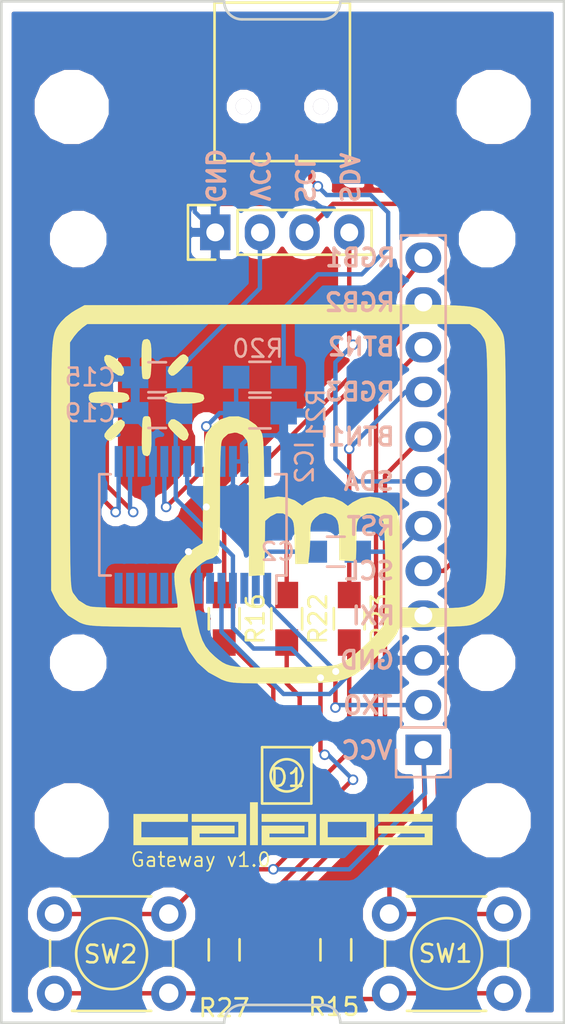
<source format=kicad_pcb>
(kicad_pcb (version 4) (host pcbnew 4.0.5)

  (general
    (links 49)
    (no_connects 0)
    (area 109.424999 63.924999 141.575001 122.075001)
    (thickness 1.6)
    (drawings 21)
    (tracks 195)
    (zones 0)
    (modules 27)
    (nets 35)
  )

  (page A4)
  (layers
    (0 F.Cu signal)
    (31 B.Cu signal)
    (32 B.Adhes user)
    (33 F.Adhes user)
    (34 B.Paste user)
    (35 F.Paste user)
    (36 B.SilkS user)
    (37 F.SilkS user)
    (38 B.Mask user)
    (39 F.Mask user)
    (40 Dwgs.User user)
    (41 Cmts.User user)
    (42 Eco1.User user)
    (43 Eco2.User user)
    (44 Edge.Cuts user)
    (45 Margin user)
    (46 B.CrtYd user)
    (47 F.CrtYd user)
    (48 B.Fab user)
    (49 F.Fab user)
  )

  (setup
    (last_trace_width 0.25)
    (trace_clearance 0.2)
    (zone_clearance 0.508)
    (zone_45_only yes)
    (trace_min 0.2)
    (segment_width 0.2)
    (edge_width 0.15)
    (via_size 0.6)
    (via_drill 0.4)
    (via_min_size 0.4)
    (via_min_drill 0.3)
    (uvia_size 0.3)
    (uvia_drill 0.1)
    (uvias_allowed no)
    (uvia_min_size 0.2)
    (uvia_min_drill 0.1)
    (pcb_text_width 0.3)
    (pcb_text_size 1.5 1.5)
    (mod_edge_width 0.15)
    (mod_text_size 1 1)
    (mod_text_width 0.15)
    (pad_size 2.2 2.2)
    (pad_drill 2.2)
    (pad_to_mask_clearance 0.2)
    (aux_axis_origin 0 0)
    (visible_elements 7FFFF7FF)
    (pcbplotparams
      (layerselection 0x00030_80000001)
      (usegerberextensions false)
      (excludeedgelayer true)
      (linewidth 0.100000)
      (plotframeref false)
      (viasonmask false)
      (mode 1)
      (useauxorigin false)
      (hpglpennumber 1)
      (hpglpenspeed 20)
      (hpglpendiameter 15)
      (hpglpenoverlay 2)
      (psnegative false)
      (psa4output false)
      (plotreference true)
      (plotvalue true)
      (plotinvisibletext false)
      (padsonsilk false)
      (subtractmaskfromsilk false)
      (outputformat 1)
      (mirror false)
      (drillshape 1)
      (scaleselection 1)
      (outputdirectory ""))
  )

  (net 0 "")
  (net 1 "Net-(C2-Pad2)")
  (net 2 VCC)
  (net 3 GND)
  (net 4 "Net-(IC2-Pad19)")
  (net 5 "Net-(IC2-Pad15)")
  (net 6 "Net-(IC2-Pad16)")
  (net 7 "Net-(P1-Pad1)")
  (net 8 RST)
  (net 9 "Net-(D1-Pad4)")
  (net 10 "Net-(D1-Pad1)")
  (net 11 RXI)
  (net 12 TXO)
  (net 13 SCL)
  (net 14 SDA)
  (net 15 BTN1)
  (net 16 RGB3)
  (net 17 BTN2)
  (net 18 RGB2)
  (net 19 RGB1)
  (net 20 "Net-(IC2-Pad3)")
  (net 21 "Net-(IC2-Pad6)")
  (net 22 "Net-(IC2-Pad9)")
  (net 23 "Net-(IC2-Pad10)")
  (net 24 "Net-(IC2-Pad11)")
  (net 25 "Net-(IC2-Pad12)")
  (net 26 "Net-(IC2-Pad13)")
  (net 27 "Net-(IC2-Pad14)")
  (net 28 "Net-(IC2-Pad17)")
  (net 29 "Net-(IC2-Pad22)")
  (net 30 "Net-(IC2-Pad23)")
  (net 31 "Net-(IC2-Pad27)")
  (net 32 "Net-(IC2-Pad28)")
  (net 33 "Net-(P1-Pad4)")
  (net 34 "Net-(D1-Pad2)")

  (net_class Default "Ceci est la Netclass par défaut"
    (clearance 0.2)
    (trace_width 0.25)
    (via_dia 0.6)
    (via_drill 0.4)
    (uvia_dia 0.3)
    (uvia_drill 0.1)
    (add_net BTN1)
    (add_net BTN2)
    (add_net GND)
    (add_net "Net-(C2-Pad2)")
    (add_net "Net-(D1-Pad1)")
    (add_net "Net-(D1-Pad2)")
    (add_net "Net-(D1-Pad4)")
    (add_net "Net-(IC2-Pad10)")
    (add_net "Net-(IC2-Pad11)")
    (add_net "Net-(IC2-Pad12)")
    (add_net "Net-(IC2-Pad13)")
    (add_net "Net-(IC2-Pad14)")
    (add_net "Net-(IC2-Pad15)")
    (add_net "Net-(IC2-Pad16)")
    (add_net "Net-(IC2-Pad17)")
    (add_net "Net-(IC2-Pad19)")
    (add_net "Net-(IC2-Pad22)")
    (add_net "Net-(IC2-Pad23)")
    (add_net "Net-(IC2-Pad27)")
    (add_net "Net-(IC2-Pad28)")
    (add_net "Net-(IC2-Pad3)")
    (add_net "Net-(IC2-Pad6)")
    (add_net "Net-(IC2-Pad9)")
    (add_net "Net-(P1-Pad1)")
    (add_net "Net-(P1-Pad4)")
    (add_net RGB1)
    (add_net RGB2)
    (add_net RGB3)
    (add_net RST)
    (add_net RXI)
    (add_net SCL)
    (add_net SDA)
    (add_net TXO)
    (add_net VCC)
  )

  (module Capacitors_SMD:C_0805_HandSoldering (layer B.Cu) (tedit 58418D33) (tstamp 5840499F)
    (at 118.364 87.376 180)
    (descr "Capacitor SMD 0805, hand soldering")
    (tags "capacitor 0805")
    (path /583E37A8)
    (attr smd)
    (fp_text reference C19 (at 3.81 0 180) (layer B.SilkS)
      (effects (font (size 1 1) (thickness 0.15)) (justify mirror))
    )
    (fp_text value 100nF (at 0 -2.1 180) (layer B.Fab)
      (effects (font (size 1 1) (thickness 0.15)) (justify mirror))
    )
    (fp_line (start -1 -0.625) (end -1 0.625) (layer B.Fab) (width 0.15))
    (fp_line (start 1 -0.625) (end -1 -0.625) (layer B.Fab) (width 0.15))
    (fp_line (start 1 0.625) (end 1 -0.625) (layer B.Fab) (width 0.15))
    (fp_line (start -1 0.625) (end 1 0.625) (layer B.Fab) (width 0.15))
    (fp_line (start -2.3 1) (end 2.3 1) (layer B.CrtYd) (width 0.05))
    (fp_line (start -2.3 -1) (end 2.3 -1) (layer B.CrtYd) (width 0.05))
    (fp_line (start -2.3 1) (end -2.3 -1) (layer B.CrtYd) (width 0.05))
    (fp_line (start 2.3 1) (end 2.3 -1) (layer B.CrtYd) (width 0.05))
    (fp_line (start 0.5 0.85) (end -0.5 0.85) (layer B.SilkS) (width 0.15))
    (fp_line (start -0.5 -0.85) (end 0.5 -0.85) (layer B.SilkS) (width 0.15))
    (pad 1 smd rect (at -1.25 0 180) (size 1.5 1.25) (layers B.Cu B.Paste B.Mask)
      (net 2 VCC))
    (pad 2 smd rect (at 1.25 0 180) (size 1.5 1.25) (layers B.Cu B.Paste B.Mask)
      (net 3 GND))
    (model Capacitors_SMD.3dshapes/C_0805_HandSoldering.wrl
      (at (xyz 0 0 0))
      (scale (xyz 1 1 1))
      (rotate (xyz 0 0 0))
    )
  )

  (module Mounting_Holes:MountingHole_2.2mm_M2 (layer F.Cu) (tedit 58418B89) (tstamp 58422730)
    (at 137.127 77.5)
    (descr "Mounting Hole 2.2mm, no annular, M2")
    (tags "mounting hole 2.2mm no annular m2")
    (fp_text reference REF** (at 0 -3.2) (layer F.SilkS) hide
      (effects (font (size 1 1) (thickness 0.15)))
    )
    (fp_text value MountingHole_2.2mm_M2 (at 0 3.2) (layer F.Fab) hide
      (effects (font (size 1 1) (thickness 0.15)))
    )
    (fp_circle (center 0 0) (end 2.2 0) (layer Cmts.User) (width 0.15))
    (fp_circle (center 0 0) (end 2.45 0) (layer F.CrtYd) (width 0.05))
    (pad 1 np_thru_hole circle (at 0 0) (size 2.2 2.2) (drill 2.2) (layers *.Cu *.Mask))
  )

  (module Mounting_Holes:MountingHole_2.2mm_M2 (layer F.Cu) (tedit 58418B87) (tstamp 58422720)
    (at 113.873 77.5)
    (descr "Mounting Hole 2.2mm, no annular, M2")
    (tags "mounting hole 2.2mm no annular m2")
    (fp_text reference REF** (at 0 -3.2) (layer F.SilkS) hide
      (effects (font (size 1 1) (thickness 0.15)))
    )
    (fp_text value MountingHole_2.2mm_M2 (at 0 3.2) (layer F.Fab) hide
      (effects (font (size 1 1) (thickness 0.15)))
    )
    (fp_circle (center 0 0) (end 2.2 0) (layer Cmts.User) (width 0.15))
    (fp_circle (center 0 0) (end 2.45 0) (layer F.CrtYd) (width 0.05))
    (pad 1 np_thru_hole circle (at 0 0) (size 2.2 2.2) (drill 2.2) (layers *.Cu *.Mask))
  )

  (module Mounting_Holes:MountingHole_2.2mm_M2 (layer F.Cu) (tedit 58433C05) (tstamp 58422624)
    (at 113.873 101.554)
    (descr "Mounting Hole 2.2mm, no annular, M2")
    (tags "mounting hole 2.2mm no annular m2")
    (fp_text reference REF** (at 0 -3.2) (layer F.SilkS) hide
      (effects (font (size 1 1) (thickness 0.15)))
    )
    (fp_text value MountingHole_2.2mm_M2 (at 0 3.2) (layer F.Fab) hide
      (effects (font (size 1 1) (thickness 0.15)))
    )
    (fp_circle (center 0 0) (end 2.2 0) (layer Cmts.User) (width 0.15))
    (fp_circle (center 0 0) (end 2.45 0) (layer F.CrtYd) (width 0.05))
    (pad "" np_thru_hole circle (at 0 0) (size 2.2 2.2) (drill 2.2) (layers *.Cu *.Mask))
  )

  (module Mounting_Holes:MountingHole_3.2mm_M3 (layer F.Cu) (tedit 58418B51) (tstamp 5841D948)
    (at 137.5 110.5)
    (descr "Mounting Hole 3.2mm, no annular, M3")
    (tags "mounting hole 3.2mm no annular m3")
    (fp_text reference REF** (at 0 -4.2) (layer F.SilkS) hide
      (effects (font (size 1 1) (thickness 0.15)))
    )
    (fp_text value MountingHole_3.2mm_M3 (at 0 4.2) (layer F.Fab) hide
      (effects (font (size 1 1) (thickness 0.15)))
    )
    (fp_circle (center 0 0) (end 3.2 0) (layer Cmts.User) (width 0.15))
    (fp_circle (center 0 0) (end 3.45 0) (layer F.CrtYd) (width 0.05))
    (pad 1 np_thru_hole circle (at 0 0) (size 3.2 3.2) (drill 3.2) (layers *.Cu *.Mask))
  )

  (module Mounting_Holes:MountingHole_3.2mm_M3 (layer F.Cu) (tedit 58418B8B) (tstamp 5841D91D)
    (at 137.5 70)
    (descr "Mounting Hole 3.2mm, no annular, M3")
    (tags "mounting hole 3.2mm no annular m3")
    (fp_text reference REF** (at 0 -4.2) (layer F.SilkS) hide
      (effects (font (size 1 1) (thickness 0.15)))
    )
    (fp_text value MountingHole_3.2mm_M3 (at 0 4.2) (layer F.Fab) hide
      (effects (font (size 1 1) (thickness 0.15)))
    )
    (fp_circle (center 0 0) (end 3.2 0) (layer Cmts.User) (width 0.15))
    (fp_circle (center 0 0) (end 3.45 0) (layer F.CrtYd) (width 0.05))
    (pad 1 np_thru_hole circle (at 0 0) (size 3.2 3.2) (drill 3.2) (layers *.Cu *.Mask))
  )

  (module Mounting_Holes:MountingHole_3.2mm_M3 (layer F.Cu) (tedit 58418B8E) (tstamp 5841D90D)
    (at 113.5 70)
    (descr "Mounting Hole 3.2mm, no annular, M3")
    (tags "mounting hole 3.2mm no annular m3")
    (fp_text reference REF** (at 0 -4.2) (layer F.SilkS) hide
      (effects (font (size 1 1) (thickness 0.15)))
    )
    (fp_text value MountingHole_3.2mm_M3 (at 0 4.2) (layer F.Fab) hide
      (effects (font (size 1 1) (thickness 0.15)))
    )
    (fp_circle (center 0 0) (end 3.2 0) (layer Cmts.User) (width 0.15))
    (fp_circle (center 0 0) (end 3.45 0) (layer F.CrtYd) (width 0.05))
    (pad 1 np_thru_hole circle (at 0 0) (size 3.2 3.2) (drill 3.2) (layers *.Cu *.Mask))
  )

  (module Capacitors_SMD:C_0805_HandSoldering (layer B.Cu) (tedit 58418CFE) (tstamp 58404993)
    (at 128.524 95.25 180)
    (descr "Capacitor SMD 0805, hand soldering")
    (tags "capacitor 0805")
    (path /583B6E0E)
    (attr smd)
    (fp_text reference C2 (at 3.302 0 180) (layer B.SilkS)
      (effects (font (size 1 1) (thickness 0.15)) (justify mirror))
    )
    (fp_text value 0.1uF (at 0 -2.1 180) (layer B.Fab)
      (effects (font (size 1 1) (thickness 0.15)) (justify mirror))
    )
    (fp_line (start -1 -0.625) (end -1 0.625) (layer B.Fab) (width 0.15))
    (fp_line (start 1 -0.625) (end -1 -0.625) (layer B.Fab) (width 0.15))
    (fp_line (start 1 0.625) (end 1 -0.625) (layer B.Fab) (width 0.15))
    (fp_line (start -1 0.625) (end 1 0.625) (layer B.Fab) (width 0.15))
    (fp_line (start -2.3 1) (end 2.3 1) (layer B.CrtYd) (width 0.05))
    (fp_line (start -2.3 -1) (end 2.3 -1) (layer B.CrtYd) (width 0.05))
    (fp_line (start -2.3 1) (end -2.3 -1) (layer B.CrtYd) (width 0.05))
    (fp_line (start 2.3 1) (end 2.3 -1) (layer B.CrtYd) (width 0.05))
    (fp_line (start 0.5 0.85) (end -0.5 0.85) (layer B.SilkS) (width 0.15))
    (fp_line (start -0.5 -0.85) (end 0.5 -0.85) (layer B.SilkS) (width 0.15))
    (pad 1 smd rect (at -1.25 0 180) (size 1.5 1.25) (layers B.Cu B.Paste B.Mask)
      (net 8 RST))
    (pad 2 smd rect (at 1.25 0 180) (size 1.5 1.25) (layers B.Cu B.Paste B.Mask)
      (net 1 "Net-(C2-Pad2)"))
    (model Capacitors_SMD.3dshapes/C_0805_HandSoldering.wrl
      (at (xyz 0 0 0))
      (scale (xyz 1 1 1))
      (rotate (xyz 0 0 0))
    )
  )

  (module Capacitors_SMD:C_0805_HandSoldering (layer B.Cu) (tedit 58418D17) (tstamp 58404999)
    (at 118.364 85.344 180)
    (descr "Capacitor SMD 0805, hand soldering")
    (tags "capacitor 0805")
    (path /583B6BA0)
    (attr smd)
    (fp_text reference C15 (at 3.81 0 180) (layer B.SilkS)
      (effects (font (size 1 1) (thickness 0.15)) (justify mirror))
    )
    (fp_text value 100nF (at 0 -2.1 180) (layer B.Fab)
      (effects (font (size 1 1) (thickness 0.15)) (justify mirror))
    )
    (fp_line (start -1 -0.625) (end -1 0.625) (layer B.Fab) (width 0.15))
    (fp_line (start 1 -0.625) (end -1 -0.625) (layer B.Fab) (width 0.15))
    (fp_line (start 1 0.625) (end 1 -0.625) (layer B.Fab) (width 0.15))
    (fp_line (start -1 0.625) (end 1 0.625) (layer B.Fab) (width 0.15))
    (fp_line (start -2.3 1) (end 2.3 1) (layer B.CrtYd) (width 0.05))
    (fp_line (start -2.3 -1) (end 2.3 -1) (layer B.CrtYd) (width 0.05))
    (fp_line (start -2.3 1) (end -2.3 -1) (layer B.CrtYd) (width 0.05))
    (fp_line (start 2.3 1) (end 2.3 -1) (layer B.CrtYd) (width 0.05))
    (fp_line (start 0.5 0.85) (end -0.5 0.85) (layer B.SilkS) (width 0.15))
    (fp_line (start -0.5 -0.85) (end 0.5 -0.85) (layer B.SilkS) (width 0.15))
    (pad 1 smd rect (at -1.25 0 180) (size 1.5 1.25) (layers B.Cu B.Paste B.Mask)
      (net 2 VCC))
    (pad 2 smd rect (at 1.25 0 180) (size 1.5 1.25) (layers B.Cu B.Paste B.Mask)
      (net 3 GND))
    (model Capacitors_SMD.3dshapes/C_0805_HandSoldering.wrl
      (at (xyz 0 0 0))
      (scale (xyz 1 1 1))
      (rotate (xyz 0 0 0))
    )
  )

  (module Housings_SSOP:SSOP-28_5.3x10.2mm_Pitch0.65mm (layer B.Cu) (tedit 58418D02) (tstamp 584049BF)
    (at 120.396 93.726 90)
    (descr "28-Lead Plastic Shrink Small Outline (SS)-5.30 mm Body [SSOP] (see Microchip Packaging Specification 00000049BS.pdf)")
    (tags "SSOP 0.65")
    (path /583B43B4)
    (attr smd)
    (fp_text reference IC2 (at 3.556 6.35 90) (layer B.SilkS)
      (effects (font (size 1 1) (thickness 0.15)) (justify mirror))
    )
    (fp_text value FT232RL (at 0 -6.25 90) (layer B.Fab)
      (effects (font (size 1 1) (thickness 0.15)) (justify mirror))
    )
    (fp_line (start -1.65 5.1) (end 2.65 5.1) (layer B.Fab) (width 0.15))
    (fp_line (start 2.65 5.1) (end 2.65 -5.1) (layer B.Fab) (width 0.15))
    (fp_line (start 2.65 -5.1) (end -2.65 -5.1) (layer B.Fab) (width 0.15))
    (fp_line (start -2.65 -5.1) (end -2.65 4.1) (layer B.Fab) (width 0.15))
    (fp_line (start -2.65 4.1) (end -1.65 5.1) (layer B.Fab) (width 0.15))
    (fp_line (start -4.75 5.5) (end -4.75 -5.5) (layer B.CrtYd) (width 0.05))
    (fp_line (start 4.75 5.5) (end 4.75 -5.5) (layer B.CrtYd) (width 0.05))
    (fp_line (start -4.75 5.5) (end 4.75 5.5) (layer B.CrtYd) (width 0.05))
    (fp_line (start -4.75 -5.5) (end 4.75 -5.5) (layer B.CrtYd) (width 0.05))
    (fp_line (start -2.875 5.325) (end -2.875 4.75) (layer B.SilkS) (width 0.15))
    (fp_line (start 2.875 5.325) (end 2.875 4.675) (layer B.SilkS) (width 0.15))
    (fp_line (start 2.875 -5.325) (end 2.875 -4.675) (layer B.SilkS) (width 0.15))
    (fp_line (start -2.875 -5.325) (end -2.875 -4.675) (layer B.SilkS) (width 0.15))
    (fp_line (start -2.875 5.325) (end 2.875 5.325) (layer B.SilkS) (width 0.15))
    (fp_line (start -2.875 -5.325) (end 2.875 -5.325) (layer B.SilkS) (width 0.15))
    (fp_line (start -2.875 4.75) (end -4.475 4.75) (layer B.SilkS) (width 0.15))
    (pad 1 smd rect (at -3.6 4.225 90) (size 1.75 0.45) (layers B.Cu B.Paste B.Mask)
      (net 11 RXI))
    (pad 2 smd rect (at -3.6 3.575 90) (size 1.75 0.45) (layers B.Cu B.Paste B.Mask)
      (net 1 "Net-(C2-Pad2)"))
    (pad 3 smd rect (at -3.6 2.925 90) (size 1.75 0.45) (layers B.Cu B.Paste B.Mask)
      (net 20 "Net-(IC2-Pad3)"))
    (pad 4 smd rect (at -3.6 2.275 90) (size 1.75 0.45) (layers B.Cu B.Paste B.Mask)
      (net 2 VCC))
    (pad 5 smd rect (at -3.6 1.625 90) (size 1.75 0.45) (layers B.Cu B.Paste B.Mask)
      (net 12 TXO))
    (pad 6 smd rect (at -3.6 0.975 90) (size 1.75 0.45) (layers B.Cu B.Paste B.Mask)
      (net 21 "Net-(IC2-Pad6)"))
    (pad 7 smd rect (at -3.6 0.325 90) (size 1.75 0.45) (layers B.Cu B.Paste B.Mask)
      (net 3 GND))
    (pad 8 smd rect (at -3.6 -0.325 90) (size 1.75 0.45) (layers B.Cu B.Paste B.Mask))
    (pad 9 smd rect (at -3.6 -0.975 90) (size 1.75 0.45) (layers B.Cu B.Paste B.Mask)
      (net 22 "Net-(IC2-Pad9)"))
    (pad 10 smd rect (at -3.6 -1.625 90) (size 1.75 0.45) (layers B.Cu B.Paste B.Mask)
      (net 23 "Net-(IC2-Pad10)"))
    (pad 11 smd rect (at -3.6 -2.275 90) (size 1.75 0.45) (layers B.Cu B.Paste B.Mask)
      (net 24 "Net-(IC2-Pad11)"))
    (pad 12 smd rect (at -3.6 -2.925 90) (size 1.75 0.45) (layers B.Cu B.Paste B.Mask)
      (net 25 "Net-(IC2-Pad12)"))
    (pad 13 smd rect (at -3.6 -3.575 90) (size 1.75 0.45) (layers B.Cu B.Paste B.Mask)
      (net 26 "Net-(IC2-Pad13)"))
    (pad 14 smd rect (at -3.6 -4.225 90) (size 1.75 0.45) (layers B.Cu B.Paste B.Mask)
      (net 27 "Net-(IC2-Pad14)"))
    (pad 15 smd rect (at 3.6 -4.225 90) (size 1.75 0.45) (layers B.Cu B.Paste B.Mask)
      (net 5 "Net-(IC2-Pad15)"))
    (pad 16 smd rect (at 3.6 -3.575 90) (size 1.75 0.45) (layers B.Cu B.Paste B.Mask)
      (net 6 "Net-(IC2-Pad16)"))
    (pad 17 smd rect (at 3.6 -2.925 90) (size 1.75 0.45) (layers B.Cu B.Paste B.Mask)
      (net 28 "Net-(IC2-Pad17)"))
    (pad 18 smd rect (at 3.6 -2.275 90) (size 1.75 0.45) (layers B.Cu B.Paste B.Mask)
      (net 3 GND))
    (pad 19 smd rect (at 3.6 -1.625 90) (size 1.75 0.45) (layers B.Cu B.Paste B.Mask)
      (net 4 "Net-(IC2-Pad19)"))
    (pad 20 smd rect (at 3.6 -0.975 90) (size 1.75 0.45) (layers B.Cu B.Paste B.Mask)
      (net 2 VCC))
    (pad 21 smd rect (at 3.6 -0.325 90) (size 1.75 0.45) (layers B.Cu B.Paste B.Mask)
      (net 3 GND))
    (pad 22 smd rect (at 3.6 0.325 90) (size 1.75 0.45) (layers B.Cu B.Paste B.Mask)
      (net 29 "Net-(IC2-Pad22)"))
    (pad 23 smd rect (at 3.6 0.975 90) (size 1.75 0.45) (layers B.Cu B.Paste B.Mask)
      (net 30 "Net-(IC2-Pad23)"))
    (pad 24 smd rect (at 3.6 1.625 90) (size 1.75 0.45) (layers B.Cu B.Paste B.Mask))
    (pad 25 smd rect (at 3.6 2.275 90) (size 1.75 0.45) (layers B.Cu B.Paste B.Mask)
      (net 3 GND))
    (pad 26 smd rect (at 3.6 2.925 90) (size 1.75 0.45) (layers B.Cu B.Paste B.Mask)
      (net 3 GND))
    (pad 27 smd rect (at 3.6 3.575 90) (size 1.75 0.45) (layers B.Cu B.Paste B.Mask)
      (net 31 "Net-(IC2-Pad27)"))
    (pad 28 smd rect (at 3.6 4.225 90) (size 1.75 0.45) (layers B.Cu B.Paste B.Mask)
      (net 32 "Net-(IC2-Pad28)"))
    (model Housings_SSOP.3dshapes/SSOP-28_5.3x10.2mm_Pitch0.65mm.wrl
      (at (xyz 0 0 0))
      (scale (xyz 1 1 1))
      (rotate (xyz 0 0 0))
    )
  )

  (module Resistors_SMD:R_0805_HandSoldering (layer F.Cu) (tedit 58447B1A) (tstamp 584049C5)
    (at 128.524 117.856 270)
    (descr "Resistor SMD 0805, hand soldering")
    (tags "resistor 0805")
    (path /5839DACB)
    (attr smd)
    (fp_text reference R15 (at 3.234 0.114 360) (layer F.SilkS)
      (effects (font (size 1 1) (thickness 0.15)))
    )
    (fp_text value 10K (at 3.302 0.254 360) (layer F.Fab) hide
      (effects (font (size 1 1) (thickness 0.15)))
    )
    (fp_line (start -1 0.625) (end -1 -0.625) (layer F.Fab) (width 0.1))
    (fp_line (start 1 0.625) (end -1 0.625) (layer F.Fab) (width 0.1))
    (fp_line (start 1 -0.625) (end 1 0.625) (layer F.Fab) (width 0.1))
    (fp_line (start -1 -0.625) (end 1 -0.625) (layer F.Fab) (width 0.1))
    (fp_line (start -2.4 -1) (end 2.4 -1) (layer F.CrtYd) (width 0.05))
    (fp_line (start -2.4 1) (end 2.4 1) (layer F.CrtYd) (width 0.05))
    (fp_line (start -2.4 -1) (end -2.4 1) (layer F.CrtYd) (width 0.05))
    (fp_line (start 2.4 -1) (end 2.4 1) (layer F.CrtYd) (width 0.05))
    (fp_line (start 0.6 0.875) (end -0.6 0.875) (layer F.SilkS) (width 0.15))
    (fp_line (start -0.6 -0.875) (end 0.6 -0.875) (layer F.SilkS) (width 0.15))
    (pad 1 smd rect (at -1.35 0 270) (size 1.5 1.3) (layers F.Cu F.Paste F.Mask)
      (net 3 GND))
    (pad 2 smd rect (at 1.35 0 270) (size 1.5 1.3) (layers F.Cu F.Paste F.Mask)
      (net 15 BTN1))
    (model Resistors_SMD.3dshapes/R_0805_HandSoldering.wrl
      (at (xyz 0 0 0))
      (scale (xyz 1 1 1))
      (rotate (xyz 0 0 0))
    )
  )

  (module Resistors_SMD:R_0805_HandSoldering (layer F.Cu) (tedit 58418B6E) (tstamp 584049CB)
    (at 122.174 99.06 270)
    (descr "Resistor SMD 0805, hand soldering")
    (tags "resistor 0805")
    (path /5839F197)
    (attr smd)
    (fp_text reference R16 (at 0 -1.778 270) (layer F.SilkS)
      (effects (font (size 1 1) (thickness 0.15)))
    )
    (fp_text value 100 (at 0 2.1 270) (layer F.Fab) hide
      (effects (font (size 1 1) (thickness 0.15)))
    )
    (fp_line (start -1 0.625) (end -1 -0.625) (layer F.Fab) (width 0.1))
    (fp_line (start 1 0.625) (end -1 0.625) (layer F.Fab) (width 0.1))
    (fp_line (start 1 -0.625) (end 1 0.625) (layer F.Fab) (width 0.1))
    (fp_line (start -1 -0.625) (end 1 -0.625) (layer F.Fab) (width 0.1))
    (fp_line (start -2.4 -1) (end 2.4 -1) (layer F.CrtYd) (width 0.05))
    (fp_line (start -2.4 1) (end 2.4 1) (layer F.CrtYd) (width 0.05))
    (fp_line (start -2.4 -1) (end -2.4 1) (layer F.CrtYd) (width 0.05))
    (fp_line (start 2.4 -1) (end 2.4 1) (layer F.CrtYd) (width 0.05))
    (fp_line (start 0.6 0.875) (end -0.6 0.875) (layer F.SilkS) (width 0.15))
    (fp_line (start -0.6 -0.875) (end 0.6 -0.875) (layer F.SilkS) (width 0.15))
    (pad 1 smd rect (at -1.35 0 270) (size 1.5 1.3) (layers F.Cu F.Paste F.Mask)
      (net 19 RGB1))
    (pad 2 smd rect (at 1.35 0 270) (size 1.5 1.3) (layers F.Cu F.Paste F.Mask)
      (net 10 "Net-(D1-Pad1)"))
    (model Resistors_SMD.3dshapes/R_0805_HandSoldering.wrl
      (at (xyz 0 0 0))
      (scale (xyz 1 1 1))
      (rotate (xyz 0 0 0))
    )
  )

  (module Resistors_SMD:R_0805_HandSoldering (layer B.Cu) (tedit 584479C7) (tstamp 584049D1)
    (at 124.206 85.344 180)
    (descr "Resistor SMD 0805, hand soldering")
    (tags "resistor 0805")
    (path /583B4E04)
    (attr smd)
    (fp_text reference R20 (at 0.116 1.624 180) (layer B.SilkS)
      (effects (font (size 1 1) (thickness 0.15)) (justify mirror))
    )
    (fp_text value 4k7 (at 0 -2.1 180) (layer B.Fab)
      (effects (font (size 1 1) (thickness 0.15)) (justify mirror))
    )
    (fp_line (start -1 -0.625) (end -1 0.625) (layer B.Fab) (width 0.1))
    (fp_line (start 1 -0.625) (end -1 -0.625) (layer B.Fab) (width 0.1))
    (fp_line (start 1 0.625) (end 1 -0.625) (layer B.Fab) (width 0.1))
    (fp_line (start -1 0.625) (end 1 0.625) (layer B.Fab) (width 0.1))
    (fp_line (start -2.4 1) (end 2.4 1) (layer B.CrtYd) (width 0.05))
    (fp_line (start -2.4 -1) (end 2.4 -1) (layer B.CrtYd) (width 0.05))
    (fp_line (start -2.4 1) (end -2.4 -1) (layer B.CrtYd) (width 0.05))
    (fp_line (start 2.4 1) (end 2.4 -1) (layer B.CrtYd) (width 0.05))
    (fp_line (start 0.6 -0.875) (end -0.6 -0.875) (layer B.SilkS) (width 0.15))
    (fp_line (start -0.6 0.875) (end 0.6 0.875) (layer B.SilkS) (width 0.15))
    (pad 1 smd rect (at -1.35 0 180) (size 1.5 1.3) (layers B.Cu B.Paste B.Mask)
      (net 7 "Net-(P1-Pad1)"))
    (pad 2 smd rect (at 1.35 0 180) (size 1.5 1.3) (layers B.Cu B.Paste B.Mask)
      (net 4 "Net-(IC2-Pad19)"))
    (model Resistors_SMD.3dshapes/R_0805_HandSoldering.wrl
      (at (xyz 0 0 0))
      (scale (xyz 1 1 1))
      (rotate (xyz 0 0 0))
    )
  )

  (module Resistors_SMD:R_0805_HandSoldering (layer B.Cu) (tedit 584479E0) (tstamp 584049D7)
    (at 124.206 87.376)
    (descr "Resistor SMD 0805, hand soldering")
    (tags "resistor 0805")
    (path /583B4EB8)
    (attr smd)
    (fp_text reference R21 (at 3.204 0.064 90) (layer B.SilkS)
      (effects (font (size 1 1) (thickness 0.15)) (justify mirror))
    )
    (fp_text value 10k (at 0 -2.1) (layer B.Fab)
      (effects (font (size 1 1) (thickness 0.15)) (justify mirror))
    )
    (fp_line (start -1 -0.625) (end -1 0.625) (layer B.Fab) (width 0.1))
    (fp_line (start 1 -0.625) (end -1 -0.625) (layer B.Fab) (width 0.1))
    (fp_line (start 1 0.625) (end 1 -0.625) (layer B.Fab) (width 0.1))
    (fp_line (start -1 0.625) (end 1 0.625) (layer B.Fab) (width 0.1))
    (fp_line (start -2.4 1) (end 2.4 1) (layer B.CrtYd) (width 0.05))
    (fp_line (start -2.4 -1) (end 2.4 -1) (layer B.CrtYd) (width 0.05))
    (fp_line (start -2.4 1) (end -2.4 -1) (layer B.CrtYd) (width 0.05))
    (fp_line (start 2.4 1) (end 2.4 -1) (layer B.CrtYd) (width 0.05))
    (fp_line (start 0.6 -0.875) (end -0.6 -0.875) (layer B.SilkS) (width 0.15))
    (fp_line (start -0.6 0.875) (end 0.6 0.875) (layer B.SilkS) (width 0.15))
    (pad 1 smd rect (at -1.35 0) (size 1.5 1.3) (layers B.Cu B.Paste B.Mask)
      (net 4 "Net-(IC2-Pad19)"))
    (pad 2 smd rect (at 1.35 0) (size 1.5 1.3) (layers B.Cu B.Paste B.Mask)
      (net 3 GND))
    (model Resistors_SMD.3dshapes/R_0805_HandSoldering.wrl
      (at (xyz 0 0 0))
      (scale (xyz 1 1 1))
      (rotate (xyz 0 0 0))
    )
  )

  (module Resistors_SMD:R_0805_HandSoldering (layer F.Cu) (tedit 58418B67) (tstamp 584049DD)
    (at 125.73 99.06 270)
    (descr "Resistor SMD 0805, hand soldering")
    (tags "resistor 0805")
    (path /583C9A37)
    (attr smd)
    (fp_text reference R22 (at 0 -1.778 270) (layer F.SilkS)
      (effects (font (size 1 1) (thickness 0.15)))
    )
    (fp_text value 100 (at 0 2.1 270) (layer F.Fab) hide
      (effects (font (size 1 1) (thickness 0.15)))
    )
    (fp_line (start -1 0.625) (end -1 -0.625) (layer F.Fab) (width 0.1))
    (fp_line (start 1 0.625) (end -1 0.625) (layer F.Fab) (width 0.1))
    (fp_line (start 1 -0.625) (end 1 0.625) (layer F.Fab) (width 0.1))
    (fp_line (start -1 -0.625) (end 1 -0.625) (layer F.Fab) (width 0.1))
    (fp_line (start -2.4 -1) (end 2.4 -1) (layer F.CrtYd) (width 0.05))
    (fp_line (start -2.4 1) (end 2.4 1) (layer F.CrtYd) (width 0.05))
    (fp_line (start -2.4 -1) (end -2.4 1) (layer F.CrtYd) (width 0.05))
    (fp_line (start 2.4 -1) (end 2.4 1) (layer F.CrtYd) (width 0.05))
    (fp_line (start 0.6 0.875) (end -0.6 0.875) (layer F.SilkS) (width 0.15))
    (fp_line (start -0.6 -0.875) (end 0.6 -0.875) (layer F.SilkS) (width 0.15))
    (pad 1 smd rect (at -1.35 0 270) (size 1.5 1.3) (layers F.Cu F.Paste F.Mask)
      (net 18 RGB2))
    (pad 2 smd rect (at 1.35 0 270) (size 1.5 1.3) (layers F.Cu F.Paste F.Mask)
      (net 9 "Net-(D1-Pad4)"))
    (model Resistors_SMD.3dshapes/R_0805_HandSoldering.wrl
      (at (xyz 0 0 0))
      (scale (xyz 1 1 1))
      (rotate (xyz 0 0 0))
    )
  )

  (module Resistors_SMD:R_0805_HandSoldering (layer F.Cu) (tedit 58418B6B) (tstamp 584049E3)
    (at 129.286 99.06 270)
    (descr "Resistor SMD 0805, hand soldering")
    (tags "resistor 0805")
    (path /583C9B23)
    (attr smd)
    (fp_text reference R23 (at 0 -1.778 270) (layer F.SilkS)
      (effects (font (size 1 1) (thickness 0.15)))
    )
    (fp_text value 100 (at 0 2.1 270) (layer F.Fab) hide
      (effects (font (size 1 1) (thickness 0.15)))
    )
    (fp_line (start -1 0.625) (end -1 -0.625) (layer F.Fab) (width 0.1))
    (fp_line (start 1 0.625) (end -1 0.625) (layer F.Fab) (width 0.1))
    (fp_line (start 1 -0.625) (end 1 0.625) (layer F.Fab) (width 0.1))
    (fp_line (start -1 -0.625) (end 1 -0.625) (layer F.Fab) (width 0.1))
    (fp_line (start -2.4 -1) (end 2.4 -1) (layer F.CrtYd) (width 0.05))
    (fp_line (start -2.4 1) (end 2.4 1) (layer F.CrtYd) (width 0.05))
    (fp_line (start -2.4 -1) (end -2.4 1) (layer F.CrtYd) (width 0.05))
    (fp_line (start 2.4 -1) (end 2.4 1) (layer F.CrtYd) (width 0.05))
    (fp_line (start 0.6 0.875) (end -0.6 0.875) (layer F.SilkS) (width 0.15))
    (fp_line (start -0.6 -0.875) (end 0.6 -0.875) (layer F.SilkS) (width 0.15))
    (pad 1 smd rect (at -1.35 0 270) (size 1.5 1.3) (layers F.Cu F.Paste F.Mask)
      (net 16 RGB3))
    (pad 2 smd rect (at 1.35 0 270) (size 1.5 1.3) (layers F.Cu F.Paste F.Mask)
      (net 34 "Net-(D1-Pad2)"))
    (model Resistors_SMD.3dshapes/R_0805_HandSoldering.wrl
      (at (xyz 0 0 0))
      (scale (xyz 1 1 1))
      (rotate (xyz 0 0 0))
    )
  )

  (module Resistors_SMD:R_0805_HandSoldering (layer F.Cu) (tedit 5841870B) (tstamp 584049E9)
    (at 122.174 117.856 270)
    (descr "Resistor SMD 0805, hand soldering")
    (tags "resistor 0805")
    (path /583D70D2)
    (attr smd)
    (fp_text reference R27 (at 3.302 0 360) (layer F.SilkS)
      (effects (font (size 1 1) (thickness 0.15)))
    )
    (fp_text value 10K (at -3.302 0 360) (layer F.Fab) hide
      (effects (font (size 1 1) (thickness 0.15)))
    )
    (fp_line (start -1 0.625) (end -1 -0.625) (layer F.Fab) (width 0.1))
    (fp_line (start 1 0.625) (end -1 0.625) (layer F.Fab) (width 0.1))
    (fp_line (start 1 -0.625) (end 1 0.625) (layer F.Fab) (width 0.1))
    (fp_line (start -1 -0.625) (end 1 -0.625) (layer F.Fab) (width 0.1))
    (fp_line (start -2.4 -1) (end 2.4 -1) (layer F.CrtYd) (width 0.05))
    (fp_line (start -2.4 1) (end 2.4 1) (layer F.CrtYd) (width 0.05))
    (fp_line (start -2.4 -1) (end -2.4 1) (layer F.CrtYd) (width 0.05))
    (fp_line (start 2.4 -1) (end 2.4 1) (layer F.CrtYd) (width 0.05))
    (fp_line (start 0.6 0.875) (end -0.6 0.875) (layer F.SilkS) (width 0.15))
    (fp_line (start -0.6 -0.875) (end 0.6 -0.875) (layer F.SilkS) (width 0.15))
    (pad 1 smd rect (at -1.35 0 270) (size 1.5 1.3) (layers F.Cu F.Paste F.Mask)
      (net 3 GND))
    (pad 2 smd rect (at 1.35 0 270) (size 1.5 1.3) (layers F.Cu F.Paste F.Mask)
      (net 17 BTN2))
    (model Resistors_SMD.3dshapes/R_0805_HandSoldering.wrl
      (at (xyz 0 0 0))
      (scale (xyz 1 1 1))
      (rotate (xyz 0 0 0))
    )
  )

  (module footprints:MolexUSB_Mini-B_67503-1020 (layer F.Cu) (tedit 58418D71) (tstamp 5841F9E6)
    (at 125.476 68.072 270)
    (descr "USB Mini-B 5-pin SMD connector")
    (tags "USB USB_B USB_Mini connector")
    (path /583B4C2E)
    (attr smd)
    (fp_text reference P1 (at 6.604 0 360) (layer F.SilkS) hide
      (effects (font (size 1 1) (thickness 0.15)))
    )
    (fp_text value USB_MINI (at 0 -7.112 270) (layer F.Fab) hide
      (effects (font (size 1 1) (thickness 0.15)))
    )
    (fp_line (start -4 -3.85) (end -4 3.85) (layer F.SilkS) (width 0.15))
    (fp_line (start -4 -3.85) (end 5 -3.85) (layer F.SilkS) (width 0.15))
    (fp_line (start 5 -3.85) (end 5 3.85) (layer F.SilkS) (width 0.15))
    (fp_line (start -4 3.85) (end 5 3.85) (layer F.SilkS) (width 0.15))
    (pad 1 smd rect (at 4.225 -1.6 270) (size 2.25 0.5) (layers F.Cu F.Paste F.Mask)
      (net 7 "Net-(P1-Pad1)"))
    (pad 2 smd rect (at 4.225 -0.8 270) (size 2.25 0.5) (layers F.Cu F.Paste F.Mask)
      (net 6 "Net-(IC2-Pad16)"))
    (pad 3 smd rect (at 4.225 0 270) (size 2.25 0.5) (layers F.Cu F.Paste F.Mask)
      (net 5 "Net-(IC2-Pad15)"))
    (pad 4 smd rect (at 4.225 0.8 270) (size 2.25 0.5) (layers F.Cu F.Paste F.Mask)
      (net 33 "Net-(P1-Pad4)"))
    (pad 5 smd rect (at 4.225 1.6 270) (size 2.25 0.5) (layers F.Cu F.Paste F.Mask)
      (net 3 GND))
    (pad 6 smd rect (at 4.25 -4.925 270) (size 3.5 2.05) (layers F.Cu F.Paste F.Mask)
      (net 3 GND))
    (pad 6 smd rect (at 0 -4.925 270) (size 4 2.05) (layers F.Cu F.Paste F.Mask)
      (net 3 GND))
    (pad 6 smd rect (at 4.25 4.925 270) (size 3.5 2.05) (layers F.Cu F.Paste F.Mask)
      (net 3 GND))
    (pad 6 smd rect (at 0 4.925 270) (size 4 2.05) (layers F.Cu F.Paste F.Mask)
      (net 3 GND))
    (pad "" np_thru_hole circle (at 1.9 -2.2 270) (size 0.9 0.9) (drill 0.89916) (layers *.Cu *.Mask))
    (pad "" np_thru_hole circle (at 1.9 2.2 270) (size 0.9 0.9) (drill 0.89916) (layers *.Cu *.Mask))
    (model ${KIPRJMOD}/libs/MolexMiniUsb.wrl
      (at (xyz 0.044 0 -0.04))
      (scale (xyz 0.39 0.39 0.39))
      (rotate (xyz -90 0 90))
    )
  )

  (module footprints:LedRGB_MULTICOMP_703-1028 (layer F.Cu) (tedit 58447B37) (tstamp 58434518)
    (at 124.968 106.426)
    (descr http://www.farnell.com/datasheets/1648438.pdf?_ga=1.175449188.710131191.1477566658)
    (path /5839ED83)
    (fp_text reference D1 (at 0.802 1.664) (layer F.SilkS)
      (effects (font (size 1 1) (thickness 0.15)))
    )
    (fp_text value LED_RABG (at 0 -2.032) (layer F.Fab) hide
      (effects (font (size 1 1) (thickness 0.15)))
    )
    (fp_circle (center 0.762 1.524) (end 1.524 2.032) (layer F.SilkS) (width 0.15))
    (fp_line (start -0.638 3.124) (end 2.162 3.124) (layer F.SilkS) (width 0.15))
    (fp_line (start 2.162 3.124) (end 2.162 -0.076) (layer F.SilkS) (width 0.15))
    (fp_line (start 2.162 -0.076) (end -0.638 -0.076) (layer F.SilkS) (width 0.15))
    (fp_line (start -0.638 -0.076) (end -0.638 3.124) (layer F.SilkS) (width 0.15))
    (pad 2 smd rect (at 0 3.2) (size 0.7 1.4) (layers F.Cu F.Paste F.Mask)
      (net 34 "Net-(D1-Pad2)"))
    (pad 3 smd rect (at 1.524 3.2) (size 0.7 1.4) (layers F.Cu F.Paste F.Mask)
      (net 2 VCC))
    (pad 4 smd rect (at 1.5 0) (size 0.7 1.4) (layers F.Cu F.Paste F.Mask)
      (net 9 "Net-(D1-Pad4)"))
    (pad 1 smd rect (at 0 0) (size 0.7 1.4) (layers F.Cu F.Paste F.Mask)
      (net 10 "Net-(D1-Pad1)"))
  )

  (module Pin_Headers:Pin_Header_Straight_1x12 (layer B.Cu) (tedit 58418D44) (tstamp 58434533)
    (at 133.5 106.5)
    (descr "Through hole pin header")
    (tags "pin header")
    (path /58405A01)
    (fp_text reference P2 (at 0 5.1) (layer B.SilkS) hide
      (effects (font (size 1 1) (thickness 0.15)) (justify mirror))
    )
    (fp_text value CONN_01X12 (at 0 3.1) (layer B.Fab)
      (effects (font (size 1 1) (thickness 0.15)) (justify mirror))
    )
    (fp_line (start -1.75 1.75) (end -1.75 -29.7) (layer B.CrtYd) (width 0.05))
    (fp_line (start 1.75 1.75) (end 1.75 -29.7) (layer B.CrtYd) (width 0.05))
    (fp_line (start -1.75 1.75) (end 1.75 1.75) (layer B.CrtYd) (width 0.05))
    (fp_line (start -1.75 -29.7) (end 1.75 -29.7) (layer B.CrtYd) (width 0.05))
    (fp_line (start 1.27 -1.27) (end 1.27 -29.21) (layer B.SilkS) (width 0.15))
    (fp_line (start 1.27 -29.21) (end -1.27 -29.21) (layer B.SilkS) (width 0.15))
    (fp_line (start -1.27 -29.21) (end -1.27 -1.27) (layer B.SilkS) (width 0.15))
    (fp_line (start 1.55 1.55) (end 1.55 0) (layer B.SilkS) (width 0.15))
    (fp_line (start 1.27 -1.27) (end -1.27 -1.27) (layer B.SilkS) (width 0.15))
    (fp_line (start -1.55 0) (end -1.55 1.55) (layer B.SilkS) (width 0.15))
    (fp_line (start -1.55 1.55) (end 1.55 1.55) (layer B.SilkS) (width 0.15))
    (pad 1 thru_hole rect (at 0 0) (size 2.032 1.7272) (drill 1.016) (layers *.Cu *.Mask)
      (net 2 VCC))
    (pad 2 thru_hole oval (at 0 -2.54) (size 2.032 1.7272) (drill 1.016) (layers *.Cu *.Mask)
      (net 11 RXI))
    (pad 3 thru_hole oval (at 0 -5.08) (size 2.032 1.7272) (drill 1.016) (layers *.Cu *.Mask)
      (net 3 GND))
    (pad 4 thru_hole oval (at 0 -7.62) (size 2.032 1.7272) (drill 1.016) (layers *.Cu *.Mask)
      (net 12 TXO))
    (pad 5 thru_hole oval (at 0 -10.16) (size 2.032 1.7272) (drill 1.016) (layers *.Cu *.Mask)
      (net 13 SCL))
    (pad 6 thru_hole oval (at 0 -12.7) (size 2.032 1.7272) (drill 1.016) (layers *.Cu *.Mask)
      (net 8 RST))
    (pad 7 thru_hole oval (at 0 -15.24) (size 2.032 1.7272) (drill 1.016) (layers *.Cu *.Mask)
      (net 14 SDA))
    (pad 8 thru_hole oval (at 0 -17.78) (size 2.032 1.7272) (drill 1.016) (layers *.Cu *.Mask)
      (net 15 BTN1))
    (pad 9 thru_hole oval (at 0 -20.32) (size 2.032 1.7272) (drill 1.016) (layers *.Cu *.Mask)
      (net 16 RGB3))
    (pad 10 thru_hole oval (at 0 -22.86) (size 2.032 1.7272) (drill 1.016) (layers *.Cu *.Mask)
      (net 17 BTN2))
    (pad 11 thru_hole oval (at 0 -25.4) (size 2.032 1.7272) (drill 1.016) (layers *.Cu *.Mask)
      (net 18 RGB2))
    (pad 12 thru_hole oval (at 0 -27.94) (size 2.032 1.7272) (drill 1.016) (layers *.Cu *.Mask)
      (net 19 RGB1))
    (model Pin_Headers.3dshapes/Pin_Header_Straight_1x12.wrl
      (at (xyz 0 -0.55 0))
      (scale (xyz 1 1 1))
      (rotate (xyz 0 0 90))
    )
  )

  (module Socket_Strips:Socket_Strip_Straight_1x04 (layer F.Cu) (tedit 58418D76) (tstamp 58434546)
    (at 121.666 77.119)
    (descr "Through hole socket strip")
    (tags "socket strip")
    (path /58382494)
    (fp_text reference P4 (at 0 -5.1) (layer F.SilkS) hide
      (effects (font (size 1 1) (thickness 0.15)))
    )
    (fp_text value CONN_OLED_SCREEN (at -25.146 -1.778) (layer F.Fab) hide
      (effects (font (size 1 1) (thickness 0.15)))
    )
    (fp_line (start -1.75 -1.75) (end -1.75 1.75) (layer F.CrtYd) (width 0.05))
    (fp_line (start 9.4 -1.75) (end 9.4 1.75) (layer F.CrtYd) (width 0.05))
    (fp_line (start -1.75 -1.75) (end 9.4 -1.75) (layer F.CrtYd) (width 0.05))
    (fp_line (start -1.75 1.75) (end 9.4 1.75) (layer F.CrtYd) (width 0.05))
    (fp_line (start 1.27 -1.27) (end 8.89 -1.27) (layer F.SilkS) (width 0.15))
    (fp_line (start 1.27 1.27) (end 8.89 1.27) (layer F.SilkS) (width 0.15))
    (fp_line (start -1.55 1.55) (end 0 1.55) (layer F.SilkS) (width 0.15))
    (fp_line (start 8.89 -1.27) (end 8.89 1.27) (layer F.SilkS) (width 0.15))
    (fp_line (start 1.27 1.27) (end 1.27 -1.27) (layer F.SilkS) (width 0.15))
    (fp_line (start 0 -1.55) (end -1.55 -1.55) (layer F.SilkS) (width 0.15))
    (fp_line (start -1.55 -1.55) (end -1.55 1.55) (layer F.SilkS) (width 0.15))
    (pad 1 thru_hole rect (at 0 0) (size 1.7272 2.032) (drill 1.016) (layers *.Cu *.Mask)
      (net 3 GND))
    (pad 2 thru_hole oval (at 2.54 0) (size 1.7272 2.032) (drill 1.016) (layers *.Cu *.Mask)
      (net 2 VCC))
    (pad 3 thru_hole oval (at 5.08 0) (size 1.7272 2.032) (drill 1.016) (layers *.Cu *.Mask)
      (net 13 SCL))
    (pad 4 thru_hole oval (at 7.62 0) (size 1.7272 2.032) (drill 1.016) (layers *.Cu *.Mask)
      (net 14 SDA))
    (model Socket_Strips.3dshapes/Socket_Strip_Straight_1x04.wrl
      (at (xyz 0.15 0 0))
      (scale (xyz 1 1 1))
      (rotate (xyz 0 0 180))
    )
  )

  (module Buttons_Switches_ThroughHole:SW_PUSH_6mm (layer F.Cu) (tedit 58447B51) (tstamp 58434564)
    (at 131.572 115.824)
    (descr https://www.omron.com/ecb/products/pdf/en-b3f.pdf)
    (tags "tact sw push 6mm")
    (path /5839B0A2)
    (fp_text reference SW1 (at 3.188 2.246) (layer F.SilkS)
      (effects (font (size 1 1) (thickness 0.15)))
    )
    (fp_text value SW_PUSH (at 3.75 6.7) (layer F.Fab) hide
      (effects (font (size 1 1) (thickness 0.15)))
    )
    (fp_line (start 3.25 -0.75) (end 6.25 -0.75) (layer F.Fab) (width 0.15))
    (fp_line (start 6.25 -0.75) (end 6.25 5.25) (layer F.Fab) (width 0.15))
    (fp_line (start 6.25 5.25) (end 0.25 5.25) (layer F.Fab) (width 0.15))
    (fp_line (start 0.25 5.25) (end 0.25 -0.75) (layer F.Fab) (width 0.15))
    (fp_line (start 0.25 -0.75) (end 3.25 -0.75) (layer F.Fab) (width 0.15))
    (fp_line (start 7.75 6) (end 8 6) (layer F.CrtYd) (width 0.05))
    (fp_line (start 8 6) (end 8 5.75) (layer F.CrtYd) (width 0.05))
    (fp_line (start 7.75 -1.5) (end 8 -1.5) (layer F.CrtYd) (width 0.05))
    (fp_line (start 8 -1.5) (end 8 -1.25) (layer F.CrtYd) (width 0.05))
    (fp_line (start -1.5 -1.25) (end -1.5 -1.5) (layer F.CrtYd) (width 0.05))
    (fp_line (start -1.5 -1.5) (end -1.25 -1.5) (layer F.CrtYd) (width 0.05))
    (fp_line (start -1.5 5.75) (end -1.5 6) (layer F.CrtYd) (width 0.05))
    (fp_line (start -1.5 6) (end -1.25 6) (layer F.CrtYd) (width 0.05))
    (fp_circle (center 3.25 2.25) (end 1.25 2.5) (layer F.SilkS) (width 0.15))
    (fp_line (start -1.25 -1.5) (end 7.75 -1.5) (layer F.CrtYd) (width 0.05))
    (fp_line (start -1.5 5.75) (end -1.5 -1.25) (layer F.CrtYd) (width 0.05))
    (fp_line (start 7.75 6) (end -1.25 6) (layer F.CrtYd) (width 0.05))
    (fp_line (start 8 -1.25) (end 8 5.75) (layer F.CrtYd) (width 0.05))
    (fp_line (start 1 5.5) (end 5.5 5.5) (layer F.SilkS) (width 0.15))
    (fp_line (start -0.25 1.5) (end -0.25 3) (layer F.SilkS) (width 0.15))
    (fp_line (start 5.5 -1) (end 1 -1) (layer F.SilkS) (width 0.15))
    (fp_line (start 6.75 3) (end 6.75 1.5) (layer F.SilkS) (width 0.15))
    (pad 2 thru_hole circle (at 0 4.5 90) (size 2 2) (drill 1.1) (layers *.Cu *.Mask)
      (net 15 BTN1))
    (pad 1 thru_hole circle (at 0 0 90) (size 2 2) (drill 1.1) (layers *.Cu *.Mask)
      (net 2 VCC))
    (pad 2 thru_hole circle (at 6.5 4.5 90) (size 2 2) (drill 1.1) (layers *.Cu *.Mask)
      (net 15 BTN1))
    (pad 1 thru_hole circle (at 6.5 0 90) (size 2 2) (drill 1.1) (layers *.Cu *.Mask)
      (net 2 VCC))
  )

  (module Buttons_Switches_ThroughHole:SW_PUSH_6mm (layer F.Cu) (tedit 58447B4C) (tstamp 58434582)
    (at 112.522 115.824)
    (descr https://www.omron.com/ecb/products/pdf/en-b3f.pdf)
    (tags "tact sw push 6mm")
    (path /583D70C0)
    (fp_text reference SW2 (at 3.188 2.286) (layer F.SilkS)
      (effects (font (size 1 1) (thickness 0.15)))
    )
    (fp_text value SW_PUSH (at 3.75 6.7) (layer F.Fab) hide
      (effects (font (size 1 1) (thickness 0.15)))
    )
    (fp_line (start 3.25 -0.75) (end 6.25 -0.75) (layer F.Fab) (width 0.15))
    (fp_line (start 6.25 -0.75) (end 6.25 5.25) (layer F.Fab) (width 0.15))
    (fp_line (start 6.25 5.25) (end 0.25 5.25) (layer F.Fab) (width 0.15))
    (fp_line (start 0.25 5.25) (end 0.25 -0.75) (layer F.Fab) (width 0.15))
    (fp_line (start 0.25 -0.75) (end 3.25 -0.75) (layer F.Fab) (width 0.15))
    (fp_line (start 7.75 6) (end 8 6) (layer F.CrtYd) (width 0.05))
    (fp_line (start 8 6) (end 8 5.75) (layer F.CrtYd) (width 0.05))
    (fp_line (start 7.75 -1.5) (end 8 -1.5) (layer F.CrtYd) (width 0.05))
    (fp_line (start 8 -1.5) (end 8 -1.25) (layer F.CrtYd) (width 0.05))
    (fp_line (start -1.5 -1.25) (end -1.5 -1.5) (layer F.CrtYd) (width 0.05))
    (fp_line (start -1.5 -1.5) (end -1.25 -1.5) (layer F.CrtYd) (width 0.05))
    (fp_line (start -1.5 5.75) (end -1.5 6) (layer F.CrtYd) (width 0.05))
    (fp_line (start -1.5 6) (end -1.25 6) (layer F.CrtYd) (width 0.05))
    (fp_circle (center 3.25 2.25) (end 1.25 2.5) (layer F.SilkS) (width 0.15))
    (fp_line (start -1.25 -1.5) (end 7.75 -1.5) (layer F.CrtYd) (width 0.05))
    (fp_line (start -1.5 5.75) (end -1.5 -1.25) (layer F.CrtYd) (width 0.05))
    (fp_line (start 7.75 6) (end -1.25 6) (layer F.CrtYd) (width 0.05))
    (fp_line (start 8 -1.25) (end 8 5.75) (layer F.CrtYd) (width 0.05))
    (fp_line (start 1 5.5) (end 5.5 5.5) (layer F.SilkS) (width 0.15))
    (fp_line (start -0.25 1.5) (end -0.25 3) (layer F.SilkS) (width 0.15))
    (fp_line (start 5.5 -1) (end 1 -1) (layer F.SilkS) (width 0.15))
    (fp_line (start 6.75 3) (end 6.75 1.5) (layer F.SilkS) (width 0.15))
    (pad 2 thru_hole circle (at 0 4.5 90) (size 2 2) (drill 1.1) (layers *.Cu *.Mask)
      (net 17 BTN2))
    (pad 1 thru_hole circle (at 0 0 90) (size 2 2) (drill 1.1) (layers *.Cu *.Mask)
      (net 2 VCC))
    (pad 2 thru_hole circle (at 6.5 4.5 90) (size 2 2) (drill 1.1) (layers *.Cu *.Mask)
      (net 17 BTN2))
    (pad 1 thru_hole circle (at 6.5 0 90) (size 2 2) (drill 1.1) (layers *.Cu *.Mask)
      (net 2 VCC))
  )

  (module Mounting_Holes:MountingHole_3.2mm_M3 (layer F.Cu) (tedit 58418B4E) (tstamp 5841D8FD)
    (at 113.5 110.5)
    (descr "Mounting Hole 3.2mm, no annular, M3")
    (tags "mounting hole 3.2mm no annular m3")
    (fp_text reference REF** (at 0 -4.2) (layer F.SilkS) hide
      (effects (font (size 1 1) (thickness 0.15)))
    )
    (fp_text value MountingHole_3.2mm_M3 (at 0 4.2) (layer F.Fab) hide
      (effects (font (size 1 1) (thickness 0.15)))
    )
    (fp_circle (center 0 0) (end 3.2 0) (layer Cmts.User) (width 0.15))
    (fp_circle (center 0 0) (end 3.45 0) (layer F.CrtYd) (width 0.05))
    (pad 1 np_thru_hole circle (at 0 0) (size 3.2 3.2) (drill 3.2) (layers *.Cu *.Mask))
  )

  (module Mounting_Holes:MountingHole_2.2mm_M2 (layer F.Cu) (tedit 58418B48) (tstamp 5842261C)
    (at 137.127 101.554)
    (descr "Mounting Hole 2.2mm, no annular, M2")
    (tags "mounting hole 2.2mm no annular m2")
    (fp_text reference REF** (at 0 -3.2) (layer F.SilkS) hide
      (effects (font (size 1 1) (thickness 0.15)))
    )
    (fp_text value MountingHole_2.2mm_M2 (at 0 3.2) (layer F.Fab) hide
      (effects (font (size 1 1) (thickness 0.15)))
    )
    (fp_circle (center 0 0) (end 2.2 0) (layer Cmts.User) (width 0.15))
    (fp_circle (center 0 0) (end 2.45 0) (layer F.CrtYd) (width 0.05))
    (pad 1 np_thru_hole circle (at 0 0) (size 2.2 2.2) (drill 2.2) (layers *.Cu *.Mask))
  )

  (module libs:calaos_logo_small (layer F.Cu) (tedit 0) (tstamp 58447149)
    (at 125.23 91.97)
    (fp_text reference G*** (at 0 0) (layer F.SilkS) hide
      (effects (font (thickness 0.3)))
    )
    (fp_text value LOGO (at 0.75 0) (layer F.SilkS) hide
      (effects (font (thickness 0.3)))
    )
    (fp_poly (pts (xy 6.781464 -10.750181) (xy 7.70601 -10.746408) (xy 8.501953 -10.73916) (xy 9.180176 -10.72782)
      (xy 9.75156 -10.711773) (xy 10.226987 -10.690404) (xy 10.617339 -10.663095) (xy 10.933498 -10.629231)
      (xy 11.186345 -10.588196) (xy 11.386763 -10.539375) (xy 11.545633 -10.48215) (xy 11.673836 -10.415906)
      (xy 11.782256 -10.340027) (xy 11.881773 -10.253898) (xy 11.983269 -10.156901) (xy 12.097626 -10.048422)
      (xy 12.101459 -10.044901) (xy 12.383796 -9.741609) (xy 12.633533 -9.399073) (xy 12.739248 -9.209924)
      (xy 12.778153 -9.122323) (xy 12.811816 -9.029128) (xy 12.84068 -8.916236) (xy 12.865186 -8.769544)
      (xy 12.885776 -8.57495) (xy 12.902892 -8.318351) (xy 12.916976 -7.985645) (xy 12.928469 -7.562729)
      (xy 12.937814 -7.035501) (xy 12.945451 -6.389857) (xy 12.951823 -5.611696) (xy 12.957372 -4.686914)
      (xy 12.962539 -3.60141) (xy 12.967766 -2.34108) (xy 12.969702 -1.853219) (xy 12.97512 -0.466683)
      (xy 12.979014 0.73997) (xy 12.980396 1.780749) (xy 12.978278 2.669666) (xy 12.971674 3.420728)
      (xy 12.959594 4.047946) (xy 12.941052 4.565329) (xy 12.91506 4.986888) (xy 12.880629 5.326631)
      (xy 12.836773 5.598568) (xy 12.782504 5.816709) (xy 12.716834 5.995064) (xy 12.638774 6.147641)
      (xy 12.547339 6.288452) (xy 12.441539 6.431505) (xy 12.379923 6.512209) (xy 12.010604 6.883051)
      (xy 11.529973 7.201162) (xy 11.493419 7.220202) (xy 11.298935 7.317613) (xy 11.127803 7.39087)
      (xy 10.94836 7.444001) (xy 10.728943 7.481038) (xy 10.43789 7.50601) (xy 10.043538 7.522946)
      (xy 9.514226 7.535876) (xy 8.926721 7.546868) (xy 6.928122 7.582996) (xy 6.739892 7.969977)
      (xy 6.572928 8.220673) (xy 6.288454 8.554626) (xy 5.922877 8.937179) (xy 5.512602 9.333673)
      (xy 5.094038 9.709453) (xy 4.703592 10.029859) (xy 4.377669 10.260234) (xy 4.269995 10.321197)
      (xy 4.005938 10.443157) (xy 3.733501 10.540726) (xy 3.427888 10.616487) (xy 3.0643 10.673023)
      (xy 2.617939 10.712914) (xy 2.064008 10.738744) (xy 1.377708 10.753096) (xy 0.534243 10.75855)
      (xy 0.067938 10.758767) (xy -0.735546 10.757468) (xy -1.370648 10.753909) (xy -1.862876 10.746338)
      (xy -2.237741 10.733001) (xy -2.520753 10.712144) (xy -2.73742 10.682015) (xy -2.913252 10.64086)
      (xy -3.073759 10.586925) (xy -3.207728 10.533623) (xy -3.957145 10.125995) (xy -4.57583 9.577594)
      (xy -5.055468 8.898004) (xy -5.38775 8.09681) (xy -5.42016 7.982474) (xy -5.528492 7.58016)
      (xy -8.169017 7.544757) (xy -8.95877 7.533408) (xy -9.580311 7.52162) (xy -10.059311 7.507285)
      (xy -10.421444 7.488297) (xy -10.692383 7.462547) (xy -10.897801 7.42793) (xy -11.063371 7.382339)
      (xy -11.214766 7.323665) (xy -11.294275 7.28826) (xy -11.924514 6.904714) (xy -12.409239 6.393906)
      (xy -12.662452 5.962213) (xy -12.891999 5.477481) (xy -12.892946 -1.563193) (xy -12.893167 -2.943539)
      (xy -12.892788 -4.143886) (xy -12.890842 -5.178128) (xy -12.886361 -6.060159) (xy -12.878376 -6.803872)
      (xy -12.865921 -7.423161) (xy -12.848027 -7.93192) (xy -12.823727 -8.344043) (xy -12.799155 -8.599571)
      (xy -11.827481 -8.599571) (xy -11.82733 -1.657992) (xy -11.827036 -0.323948) (xy -11.826001 0.829998)
      (xy -11.823904 1.817642) (xy -11.820422 2.652778) (xy -11.815235 3.349203) (xy -11.80802 3.92071)
      (xy -11.798455 4.381095) (xy -11.786219 4.744154) (xy -11.77099 5.023681) (xy -11.752446 5.233471)
      (xy -11.730266 5.38732) (xy -11.704127 5.499023) (xy -11.673709 5.582374) (xy -11.657674 5.616009)
      (xy -11.337924 6.038979) (xy -10.892725 6.32125) (xy -10.652217 6.398272) (xy -10.477114 6.418547)
      (xy -10.152094 6.43691) (xy -9.709206 6.453034) (xy -9.180503 6.46659) (xy -8.598035 6.47725)
      (xy -7.993853 6.484685) (xy -7.400008 6.488568) (xy -6.848551 6.488571) (xy -6.371533 6.484364)
      (xy -6.001004 6.47562) (xy -5.769015 6.462011) (xy -5.705666 6.448923) (xy -5.700058 6.338737)
      (xy -5.725348 6.085205) (xy -5.77632 5.735481) (xy -5.800339 5.592901) (xy -5.86339 5.135208)
      (xy -5.883989 4.815276) (xy -5.010984 4.815276) (xy -5.004402 5.009838) (xy -4.969667 5.164651)
      (xy -4.910562 5.472177) (xy -4.834176 5.893802) (xy -4.747597 6.390913) (xy -4.707387 6.627842)
      (xy -4.577193 7.336045) (xy -4.445193 7.886819) (xy -4.295826 8.316138) (xy -4.113529 8.659979)
      (xy -3.882739 8.954315) (xy -3.587896 9.235123) (xy -3.574584 9.246553) (xy -3.359625 9.424032)
      (xy -3.158414 9.565206) (xy -2.946366 9.673867) (xy -2.698894 9.753807) (xy -2.391412 9.80882)
      (xy -1.999333 9.842699) (xy -1.498072 9.859235) (xy -0.863041 9.862221) (xy -0.069655 9.855451)
      (xy 0.339313 9.850314) (xy 1.28872 9.834016) (xy 2.053369 9.812232) (xy 2.642331 9.784488)
      (xy 3.064678 9.750311) (xy 3.32948 9.709226) (xy 3.39313 9.690822) (xy 3.6894 9.555212)
      (xy 4.020558 9.365629) (xy 4.120229 9.300051) (xy 4.431395 9.062417) (xy 4.787994 8.75378)
      (xy 5.154635 8.40929) (xy 5.495926 8.064098) (xy 5.776474 7.753355) (xy 5.96089 7.512211)
      (xy 6.006992 7.426131) (xy 6.040761 7.23849) (xy 6.067771 6.892072) (xy 6.088146 6.418175)
      (xy 6.102011 5.848097) (xy 6.109489 5.213136) (xy 6.110706 4.544591) (xy 6.105787 3.873758)
      (xy 6.094855 3.231936) (xy 6.078035 2.650423) (xy 6.055453 2.160517) (xy 6.027232 1.793516)
      (xy 5.993497 1.580718) (xy 5.983619 1.554075) (xy 5.738689 1.254735) (xy 5.413731 1.107904)
      (xy 5.056893 1.120604) (xy 4.716319 1.299855) (xy 4.650969 1.359718) (xy 4.566511 1.465831)
      (xy 4.510968 1.608644) (xy 4.478511 1.827438) (xy 4.463312 2.161495) (xy 4.459542 2.649872)
      (xy 4.456084 3.09053) (xy 4.446695 3.454622) (xy 4.432856 3.701624) (xy 4.417905 3.790237)
      (xy 4.304923 3.808074) (xy 4.067075 3.805233) (xy 3.933172 3.796633) (xy 3.490076 3.761392)
      (xy 3.486993 2.680505) (xy 3.478656 2.152372) (xy 3.449711 1.780635) (xy 3.38896 1.528025)
      (xy 3.285208 1.357275) (xy 3.127257 1.231114) (xy 3.035954 1.179194) (xy 2.694768 1.074062)
      (xy 2.380482 1.150775) (xy 2.125367 1.349794) (xy 1.972306 1.521658) (xy 1.886859 1.693618)
      (xy 1.84961 1.93025) (xy 1.841142 2.295023) (xy 1.830901 2.73455) (xy 1.80529 3.185561)
      (xy 1.779165 3.465839) (xy 1.718031 3.974809) (xy 0.989403 3.974809) (xy 0.955198 2.754554)
      (xy 0.939466 2.248366) (xy 0.920429 1.898247) (xy 0.890132 1.666428) (xy 0.840624 1.515141)
      (xy 0.76395 1.406617) (xy 0.652158 1.303086) (xy 0.648983 1.300355) (xy 0.294385 1.103458)
      (xy -0.073811 1.096514) (xy -0.430301 1.279526) (xy -0.45509 1.300246) (xy -0.727099 1.534081)
      (xy -0.749112 3.069521) (xy -0.771124 4.604962) (xy -1.648092 4.664058) (xy -1.648092 0.91993)
      (xy -1.650225 -0.150073) (xy -1.65681 -1.035963) (xy -1.668125 -1.747475) (xy -1.684446 -2.294344)
      (xy -1.706052 -2.686304) (xy -1.733219 -2.933091) (xy -1.760874 -3.035954) (xy -2.002838 -3.339488)
      (xy -2.326841 -3.473808) (xy -2.472137 -3.48391) (xy -2.832956 -3.407809) (xy -3.10212 -3.168551)
      (xy -3.183401 -3.035954) (xy -3.219224 -2.890292) (xy -3.247822 -2.595771) (xy -3.269506 -2.143374)
      (xy -3.284587 -1.524086) (xy -3.293376 -0.728891) (xy -3.296183 0.235993) (xy -3.296678 1.088294)
      (xy -3.299006 1.767917) (xy -3.304429 2.296076) (xy -3.314214 2.693986) (xy -3.329623 2.982862)
      (xy -3.351921 3.183917) (xy -3.382372 3.318366) (xy -3.422239 3.407423) (xy -3.472788 3.472303)
      (xy -3.490076 3.490076) (xy -3.68526 3.634129) (xy -3.837777 3.683969) (xy -4.045179 3.750756)
      (xy -4.318739 3.920498) (xy -4.600407 4.147269) (xy -4.832128 4.385144) (xy -4.946024 4.560712)
      (xy -5.010984 4.815276) (xy -5.883989 4.815276) (xy -5.889815 4.724801) (xy -5.875288 4.430788)
      (xy -5.873673 4.421781) (xy -5.726632 4.054468) (xy -5.439892 3.662958) (xy -5.053983 3.294549)
      (xy -4.692058 3.042919) (xy -4.278204 2.800384) (xy -4.24769 -0.17519) (xy -4.237646 -1.034907)
      (xy -4.226218 -1.722345) (xy -4.212144 -2.259121) (xy -4.194158 -2.66685) (xy -4.170998 -2.967146)
      (xy -4.1414 -3.181624) (xy -4.104101 -3.331901) (xy -4.057836 -3.439591) (xy -4.05673 -3.441603)
      (xy -3.699454 -3.914239) (xy -3.255088 -4.233348) (xy -2.756857 -4.396613) (xy -2.237983 -4.401716)
      (xy -1.731693 -4.24634) (xy -1.271209 -3.928167) (xy -1.026853 -3.652951) (xy -0.955358 -3.542848)
      (xy -0.901995 -3.41282) (xy -0.863471 -3.23306) (xy -0.836494 -2.973763) (xy -0.817773 -2.605122)
      (xy -0.804016 -2.097332) (xy -0.793929 -1.543992) (xy -0.763813 0.291582) (xy -0.50309 0.221158)
      (xy 0.006063 0.152823) (xy 0.515004 0.203175) (xy 0.949455 0.36264) (xy 1.039985 0.420037)
      (xy 1.383895 0.664732) (xy 1.6458 0.471098) (xy 2.111617 0.239876) (xy 2.640619 0.159156)
      (xy 3.174091 0.228663) (xy 3.653314 0.448118) (xy 3.699371 0.48079) (xy 3.974809 0.68443)
      (xy 4.250035 0.480947) (xy 4.724152 0.239971) (xy 5.241507 0.158621) (xy 5.758485 0.227865)
      (xy 6.231471 0.438673) (xy 6.616851 0.782016) (xy 6.763486 1.001345) (xy 6.815819 1.120191)
      (xy 6.857707 1.280032) (xy 6.890945 1.504715) (xy 6.917331 1.81809) (xy 6.93866 2.244006)
      (xy 6.956729 2.806312) (xy 6.973334 3.528857) (xy 6.980153 3.877862) (xy 7.028626 6.446946)
      (xy 8.482824 6.476598) (xy 9.244071 6.487199) (xy 9.839905 6.481558) (xy 10.298418 6.455715)
      (xy 10.647699 6.405708) (xy 10.915841 6.327574) (xy 11.130934 6.21735) (xy 11.314046 6.077269)
      (xy 11.428937 5.977819) (xy 11.528447 5.886094) (xy 11.613675 5.788182) (xy 11.685722 5.670172)
      (xy 11.745685 5.518153) (xy 11.794664 5.318212) (xy 11.833758 5.056439) (xy 11.864067 4.718922)
      (xy 11.88669 4.29175) (xy 11.902725 3.761011) (xy 11.913272 3.112794) (xy 11.919431 2.333188)
      (xy 11.9223 1.40828) (xy 11.922979 0.32416) (xy 11.922567 -0.933084) (xy 11.922298 -1.620741)
      (xy 11.921663 -2.933911) (xy 11.920401 -4.067373) (xy 11.918151 -5.035313) (xy 11.914552 -5.851918)
      (xy 11.909241 -6.531372) (xy 11.901858 -7.087862) (xy 11.89204 -7.535573) (xy 11.879426 -7.888691)
      (xy 11.863654 -8.161402) (xy 11.844363 -8.367892) (xy 11.821191 -8.522345) (xy 11.793776 -8.638948)
      (xy 11.761757 -8.731887) (xy 11.739702 -8.783255) (xy 11.546122 -9.094444) (xy 11.293258 -9.366119)
      (xy 11.232862 -9.413408) (xy 10.906489 -9.646183) (xy -10.843797 -9.646183) (xy -11.117509 -9.443376)
      (xy -11.361936 -9.219699) (xy -11.591254 -8.946039) (xy -11.609351 -8.92007) (xy -11.827481 -8.599571)
      (xy -12.799155 -8.599571) (xy -12.792053 -8.673424) (xy -12.752038 -8.933955) (xy -12.702713 -9.139532)
      (xy -12.643111 -9.304048) (xy -12.572264 -9.441397) (xy -12.489205 -9.565472) (xy -12.392965 -9.690167)
      (xy -12.320555 -9.781072) (xy -12.069061 -10.034349) (xy -11.733347 -10.293531) (xy -11.519535 -10.426704)
      (xy -11.003435 -10.712596) (xy -0.151159 -10.73848) (xy 1.579625 -10.742842) (xy 3.127397 -10.74681)
      (xy 4.50304 -10.749766) (xy 5.717435 -10.751095) (xy 6.781464 -10.750181)) (layer F.SilkS) (width 0.01))
    (fp_poly (pts (xy -7.356273 -4.404776) (xy -7.285076 -4.362716) (xy -7.241939 -4.250119) (xy -7.217506 -4.032216)
      (xy -7.20242 -3.674237) (xy -7.19478 -3.407284) (xy -7.192999 -2.83931) (xy -7.227753 -2.448379)
      (xy -7.304364 -2.220171) (xy -7.428157 -2.140364) (xy -7.604453 -2.194638) (xy -7.637988 -2.21487)
      (xy -7.696229 -2.311932) (xy -7.730029 -2.529573) (xy -7.741532 -2.892961) (xy -7.734935 -3.352508)
      (xy -7.721491 -3.816007) (xy -7.704418 -4.119538) (xy -7.675076 -4.296961) (xy -7.624829 -4.382136)
      (xy -7.545037 -4.408925) (xy -7.464885 -4.411069) (xy -7.356273 -4.404776)) (layer F.SilkS) (width 0.01))
    (fp_poly (pts (xy -8.895121 -4.213167) (xy -8.72116 -4.088583) (xy -8.708838 -3.900946) (xy -8.860459 -3.637006)
      (xy -9.029939 -3.437743) (xy -9.30129 -3.164574) (xy -9.494782 -3.033812) (xy -9.645723 -3.030421)
      (xy -9.772214 -3.12168) (xy -9.866901 -3.256632) (xy -9.856103 -3.401917) (xy -9.724438 -3.595086)
      (xy -9.469305 -3.861164) (xy -9.166247 -4.121141) (xy -8.95304 -4.219579) (xy -8.895121 -4.213167)) (layer F.SilkS) (width 0.01))
    (fp_poly (pts (xy -5.635978 -4.093184) (xy -5.485492 -3.968839) (xy -5.186193 -3.647874) (xy -5.070635 -3.373274)
      (xy -5.140196 -3.148338) (xy -5.142029 -3.146111) (xy -5.262504 -3.037719) (xy -5.392334 -3.030762)
      (xy -5.568354 -3.139595) (xy -5.827403 -3.378572) (xy -5.884692 -3.435516) (xy -6.119325 -3.682878)
      (xy -6.231403 -3.847893) (xy -6.244216 -3.975978) (xy -6.207838 -4.065669) (xy -6.068406 -4.22825)
      (xy -5.886634 -4.238607) (xy -5.635978 -4.093184)) (layer F.SilkS) (width 0.01))
    (fp_poly (pts (xy -9.624161 -5.801711) (xy -9.462534 -5.79683) (xy -9.0307 -5.775813) (xy -8.752649 -5.74167)
      (xy -8.588329 -5.685979) (xy -8.497687 -5.600319) (xy -8.493068 -5.592986) (xy -8.445196 -5.407101)
      (xy -8.565254 -5.272609) (xy -8.859267 -5.187162) (xy -9.33326 -5.148412) (xy -9.640476 -5.145822)
      (xy -10.044351 -5.15438) (xy -10.379956 -5.170778) (xy -10.595872 -5.192106) (xy -10.639885 -5.202374)
      (xy -10.733865 -5.326407) (xy -10.761069 -5.483713) (xy -10.734475 -5.628736) (xy -10.635812 -5.726217)
      (xy -10.436755 -5.782987) (xy -10.108979 -5.805875) (xy -9.624161 -5.801711)) (layer F.SilkS) (width 0.01))
    (fp_poly (pts (xy -4.807375 -5.763508) (xy -4.478828 -5.715931) (xy -4.270415 -5.642047) (xy -4.233363 -5.606791)
      (xy -4.18885 -5.416273) (xy -4.258905 -5.291714) (xy -4.424638 -5.210228) (xy -4.727914 -5.155679)
      (xy -5.114264 -5.128065) (xy -5.529219 -5.127388) (xy -5.918309 -5.153647) (xy -6.227063 -5.206842)
      (xy -6.401013 -5.286974) (xy -6.405217 -5.291714) (xy -6.480281 -5.478069) (xy -6.430759 -5.606791)
      (xy -6.282126 -5.690748) (xy -5.993432 -5.748398) (xy -5.616716 -5.779742) (xy -5.204017 -5.784779)
      (xy -4.807375 -5.763508)) (layer F.SilkS) (width 0.01))
    (fp_poly (pts (xy -7.301214 -8.71839) (xy -7.227233 -8.51165) (xy -7.19369 -8.155426) (xy -7.193702 -7.62933)
      (xy -7.195149 -7.571598) (xy -7.210096 -7.113493) (xy -7.230669 -6.814212) (xy -7.264348 -6.638694)
      (xy -7.318609 -6.551878) (xy -7.400933 -6.518705) (xy -7.420402 -6.515567) (xy -7.61304 -6.522053)
      (xy -7.687005 -6.555962) (xy -7.715131 -6.675716) (xy -7.73769 -6.946152) (xy -7.752005 -7.32408)
      (xy -7.755725 -7.664564) (xy -7.751324 -8.13774) (xy -7.73486 -8.45126) (xy -7.701447 -8.639234)
      (xy -7.646196 -8.735765) (xy -7.598018 -8.764965) (xy -7.422515 -8.796032) (xy -7.301214 -8.71839)) (layer F.SilkS) (width 0.01))
    (fp_poly (pts (xy -9.558487 -7.877859) (xy -9.267093 -7.720022) (xy -9.239076 -7.699088) (xy -8.93448 -7.407417)
      (xy -8.765224 -7.114456) (xy -8.752131 -6.857336) (xy -8.757877 -6.840915) (xy -8.878519 -6.706834)
      (xy -9.080481 -6.735268) (xy -9.370973 -6.928149) (xy -9.500484 -7.039907) (xy -9.753046 -7.326195)
      (xy -9.873438 -7.58261) (xy -9.873349 -7.779676) (xy -9.764469 -7.887918) (xy -9.558487 -7.877859)) (layer F.SilkS) (width 0.01))
    (fp_poly (pts (xy -5.262169 -7.891861) (xy -5.108372 -7.755227) (xy -5.087988 -7.598745) (xy -5.209071 -7.390349)
      (xy -5.455477 -7.122065) (xy -5.733858 -6.857662) (xy -5.922425 -6.725812) (xy -6.057796 -6.712066)
      (xy -6.17659 -6.801978) (xy -6.199437 -6.828536) (xy -6.260765 -6.981302) (xy -6.198799 -7.171902)
      (xy -5.999884 -7.426866) (xy -5.773326 -7.656421) (xy -5.542136 -7.856909) (xy -5.384948 -7.926796)
      (xy -5.262169 -7.891861)) (layer F.SilkS) (width 0.01))
  )

  (module libs:calaos_logo_single (layer F.Cu) (tedit 0) (tstamp 58447252)
    (at 125.51 110.73)
    (fp_text reference G*** (at 0 0) (layer F.SilkS) hide
      (effects (font (thickness 0.3)))
    )
    (fp_text value LOGO (at 0.75 0) (layer F.SilkS) hide
      (effects (font (thickness 0.3)))
    )
    (fp_poly (pts (xy -5.400261 -0.143566) (xy -8.050696 -0.143566) (xy -8.050696 0.739913) (xy -5.400261 0.739913)
      (xy -5.400261 1.181652) (xy -8.492435 1.181652) (xy -8.492435 -0.585305) (xy -5.400261 -0.585305)
      (xy -5.400261 -0.143566)) (layer F.SilkS) (width 0.01))
    (fp_poly (pts (xy -2.087218 1.181652) (xy -5.179391 1.181652) (xy -5.179391 0.077304) (xy -2.749826 0.077304)
      (xy -2.749826 0.519043) (xy -4.737652 0.519043) (xy -4.737652 0.739913) (xy -2.528957 0.739913)
      (xy -2.528957 -0.143566) (xy -5.179391 -0.143566) (xy -5.179391 -0.585305) (xy -2.087218 -0.585305)
      (xy -2.087218 1.181652)) (layer F.SilkS) (width 0.01))
    (fp_poly (pts (xy -1.424609 1.181652) (xy -1.866348 1.181652) (xy -1.866348 -1.247913) (xy -1.424609 -1.247913)
      (xy -1.424609 1.181652)) (layer F.SilkS) (width 0.01))
    (fp_poly (pts (xy 1.888435 1.181652) (xy -1.203739 1.181652) (xy -1.203739 0.077304) (xy 1.225826 0.077304)
      (xy 1.225826 0.519043) (xy -0.762 0.519043) (xy -0.762 0.739913) (xy 1.446695 0.739913)
      (xy 1.446695 -0.143566) (xy -1.203739 -0.143566) (xy -1.203739 -0.585305) (xy 1.888435 -0.585305)
      (xy 1.888435 1.181652)) (layer F.SilkS) (width 0.01))
    (fp_poly (pts (xy 5.201478 1.181652) (xy 2.109304 1.181652) (xy 2.109304 -0.143566) (xy 2.551043 -0.143566)
      (xy 2.551043 0.739913) (xy 4.759739 0.739913) (xy 4.759739 -0.143566) (xy 2.551043 -0.143566)
      (xy 2.109304 -0.143566) (xy 2.109304 -0.585305) (xy 5.201478 -0.585305) (xy 5.201478 1.181652)) (layer F.SilkS) (width 0.01))
    (fp_poly (pts (xy 8.509 1.17613) (xy 6.965674 1.178929) (xy 5.422348 1.181729) (xy 5.422348 0.739913)
      (xy 8.072782 0.739913) (xy 8.072782 0.519043) (xy 5.422348 0.519043) (xy 5.422348 0.077304)
      (xy 8.514728 0.077304) (xy 8.509 1.17613)) (layer F.SilkS) (width 0.01))
    (fp_poly (pts (xy 8.509 -0.149087) (xy 5.422348 -0.143489) (xy 5.422348 -0.585305) (xy 8.514988 -0.585305)
      (xy 8.509 -0.149087)) (layer F.SilkS) (width 0.01))
  )

  (gr_arc (start 127.762 122) (end 127.762 120.984) (angle 90) (layer Edge.Cuts) (width 0.15))
  (gr_line (start 127.762 120.984) (end 123.19 120.984) (angle 90) (layer Edge.Cuts) (width 0.15) (tstamp 584580F5))
  (gr_arc (start 123.19 122) (end 122.174 122) (angle 90) (layer Edge.Cuts) (width 0.15) (tstamp 584580F4))
  (gr_line (start 141.5 122) (end 128.778 122) (angle 90) (layer Edge.Cuts) (width 0.15) (tstamp 5845809C))
  (gr_line (start 128.778 64) (end 141.5 64) (angle 90) (layer Edge.Cuts) (width 0.15))
  (gr_line (start 123.19 65.024) (end 127.762 65.024) (angle 90) (layer Edge.Cuts) (width 0.15))
  (gr_arc (start 123.19 64.008) (end 123.19 65.024) (angle 90) (layer Edge.Cuts) (width 0.15))
  (gr_arc (start 127.762 64.008) (end 128.778 64.008) (angle 90) (layer Edge.Cuts) (width 0.15))
  (gr_text GND (at 121.65 73.91 270) (layer B.SilkS)
    (effects (font (size 1 1) (thickness 0.2)) (justify mirror))
  )
  (gr_text VCC (at 124.19 73.9 270) (layer B.SilkS)
    (effects (font (size 1 1) (thickness 0.2)) (justify mirror))
  )
  (gr_text SCL (at 126.74 74.05 270) (layer B.SilkS)
    (effects (font (size 1 1) (thickness 0.2)) (justify mirror))
  )
  (gr_text SDA (at 129.28 74.02 270) (layer B.SilkS)
    (effects (font (size 1 1) (thickness 0.2)) (justify mirror))
  )
  (gr_text VCC (at 130.29 106.53) (layer B.SilkS)
    (effects (font (size 1 1) (thickness 0.2)) (justify mirror))
  )
  (gr_text TXO (at 130.34 103.98) (layer B.SilkS)
    (effects (font (size 1 1) (thickness 0.2)) (justify mirror))
  )
  (gr_text GND (at 130.3 101.41) (layer B.SilkS)
    (effects (font (size 1 1) (thickness 0.2)) (justify mirror))
  )
  (gr_text RXI (at 130.66 98.89) (layer B.SilkS)
    (effects (font (size 1 1) (thickness 0.2)) (justify mirror))
  )
  (gr_text SCL (at 130.44 96.34) (layer B.SilkS)
    (effects (font (size 1 1) (thickness 0.2)) (justify mirror))
  )
  (gr_text RST (at 130.52 93.81) (layer B.SilkS)
    (effects (font (size 1 1) (thickness 0.2)) (justify mirror))
  )
  (gr_text SDA (at 130.4 91.26) (layer B.SilkS)
    (effects (font (size 1 1) (thickness 0.2)) (justify mirror))
  )
  (gr_text BTN1 (at 129.97 88.73) (layer B.SilkS)
    (effects (font (size 1 1) (thickness 0.2)) (justify mirror))
  )
  (gr_text RGB3 (at 129.89 86.18) (layer B.SilkS)
    (effects (font (size 1 1) (thickness 0.2)) (justify mirror))
  )
  (gr_text BTN2 (at 129.97 83.62) (layer B.SilkS)
    (effects (font (size 1 1) (thickness 0.2)) (justify mirror))
  )
  (gr_text RGB2 (at 129.89 81.1) (layer B.SilkS)
    (effects (font (size 1 1) (thickness 0.2)) (justify mirror))
  )
  (gr_text RGB1 (at 129.92 78.56) (layer B.SilkS)
    (effects (font (size 1 1) (thickness 0.2)) (justify mirror))
  )
  (gr_text "Gateway v1.0" (at 120.84 112.74) (layer F.SilkS)
    (effects (font (size 0.8 0.8) (thickness 0.1)))
  )
  (gr_line (start 109.5 122) (end 109.5 64) (angle 90) (layer Edge.Cuts) (width 0.15))
  (gr_line (start 122.174 122) (end 109.5 122) (angle 90) (layer Edge.Cuts) (width 0.15))
  (gr_line (start 141.5 64) (end 141.5 122) (angle 90) (layer Edge.Cuts) (width 0.15))
  (gr_line (start 109.5 64) (end 122.174 64) (angle 90) (layer Edge.Cuts) (width 0.15))

  (segment (start 127.274 95.25) (end 124.714 95.25) (width 0.25) (layer B.Cu) (net 1))
  (segment (start 123.971 95.993) (end 123.971 97.326) (width 0.25) (layer B.Cu) (net 1) (tstamp 58422CAD))
  (segment (start 124.714 95.25) (end 123.971 95.993) (width 0.25) (layer B.Cu) (net 1) (tstamp 58422CAC))
  (segment (start 126.492 109.626) (end 126.492 111.76) (width 0.25) (layer F.Cu) (net 2))
  (segment (start 126.492 111.76) (end 124.968 113.284) (width 0.25) (layer F.Cu) (net 2) (tstamp 5863FC55))
  (segment (start 126.492 109.626) (end 128.034 109.626) (width 0.25) (layer F.Cu) (net 2))
  (segment (start 122.671 99.571) (end 122.671 97.326) (width 0.25) (layer B.Cu) (net 2) (tstamp 5863FBA3))
  (segment (start 123.85 100.75) (end 122.671 99.571) (width 0.25) (layer B.Cu) (net 2) (tstamp 5863FB99))
  (segment (start 125.99 100.75) (end 123.85 100.75) (width 0.25) (layer B.Cu) (net 2) (tstamp 5863FB82))
  (segment (start 127.65 102.41) (end 125.99 100.75) (width 0.25) (layer B.Cu) (net 2) (tstamp 5863FB81))
  (via (at 127.65 102.41) (size 0.6) (drill 0.4) (layers F.Cu B.Cu) (net 2))
  (segment (start 127.65 106.54) (end 127.65 102.41) (width 0.25) (layer F.Cu) (net 2) (tstamp 5863FB73))
  (segment (start 127.89 106.78) (end 127.65 106.54) (width 0.25) (layer F.Cu) (net 2) (tstamp 5863FB72))
  (via (at 127.89 106.78) (size 0.6) (drill 0.4) (layers F.Cu B.Cu) (net 2))
  (segment (start 128.08 106.78) (end 127.89 106.78) (width 0.25) (layer B.Cu) (net 2) (tstamp 5863FB6B))
  (segment (start 129.5 108.2) (end 128.08 106.78) (width 0.25) (layer B.Cu) (net 2) (tstamp 5863FB6A))
  (via (at 129.5 108.2) (size 0.6) (drill 0.4) (layers F.Cu B.Cu) (net 2))
  (segment (start 129.46 108.2) (end 129.5 108.2) (width 0.25) (layer F.Cu) (net 2) (tstamp 5863FB67))
  (segment (start 128.034 109.626) (end 129.46 108.2) (width 0.25) (layer F.Cu) (net 2) (tstamp 5863FB62))
  (segment (start 119.614 85.344) (end 119.614 84.886) (width 0.25) (layer B.Cu) (net 2))
  (segment (start 119.614 84.886) (end 124.206 80.294) (width 0.25) (layer B.Cu) (net 2) (tstamp 584507A7))
  (segment (start 124.206 80.294) (end 124.206 77.119) (width 0.25) (layer B.Cu) (net 2) (tstamp 584507A8))
  (segment (start 119.421 90.126) (end 119.421 92.243) (width 0.25) (layer B.Cu) (net 2))
  (segment (start 122.671 95.493) (end 122.671 97.326) (width 0.25) (layer B.Cu) (net 2) (tstamp 58422C7C))
  (segment (start 119.421 92.243) (end 122.671 95.493) (width 0.25) (layer B.Cu) (net 2) (tstamp 58422C7A))
  (segment (start 119.614 85.344) (end 119.614 87.376) (width 0.25) (layer B.Cu) (net 2))
  (segment (start 119.614 87.376) (end 119.421 87.569) (width 0.25) (layer B.Cu) (net 2) (tstamp 58422C76))
  (segment (start 119.421 87.569) (end 119.421 90.126) (width 0.25) (layer B.Cu) (net 2) (tstamp 58422C77))
  (segment (start 112.522 115.824) (end 119.022 115.824) (width 0.25) (layer F.Cu) (net 2))
  (segment (start 119.022 115.824) (end 121.562 113.284) (width 0.25) (layer F.Cu) (net 2) (tstamp 58422A1B))
  (segment (start 121.562 113.284) (end 124.968 113.284) (width 0.25) (layer F.Cu) (net 2) (tstamp 58422A1C))
  (via (at 124.968 113.284) (size 0.6) (drill 0.4) (layers F.Cu B.Cu) (net 2))
  (segment (start 133.604 108.966) (end 133.5 106.5) (width 0.25) (layer B.Cu) (net 2) (tstamp 58422A21) (status 20))
  (segment (start 129.286 113.284) (end 133.604 108.966) (width 0.25) (layer B.Cu) (net 2) (tstamp 58422A20))
  (segment (start 124.968 113.284) (end 129.286 113.284) (width 0.25) (layer B.Cu) (net 2) (tstamp 58422A1F))
  (segment (start 131.572 115.824) (end 138.072 115.824) (width 0.25) (layer F.Cu) (net 2))
  (segment (start 131.572 115.824) (end 131.572 112.522) (width 0.25) (layer F.Cu) (net 2))
  (segment (start 133.604 110.49) (end 133.5 106.5) (width 0.25) (layer F.Cu) (net 2) (tstamp 584229AE) (status 20))
  (segment (start 131.572 112.522) (end 133.604 110.49) (width 0.25) (layer F.Cu) (net 2) (tstamp 584229AC))
  (segment (start 120.5 72.5) (end 120.5 75.953) (width 0.25) (layer B.Cu) (net 3))
  (segment (start 120.5 75.953) (end 121.666 77.119) (width 0.25) (layer B.Cu) (net 3) (tstamp 5845076B))
  (segment (start 120.142 95.25) (end 119.634 95.25) (width 0.25) (layer B.Cu) (net 3))
  (segment (start 118.121 93.737) (end 118.121 90.126) (width 0.25) (layer B.Cu) (net 3) (tstamp 58422DC5))
  (segment (start 119.634 95.25) (end 118.121 93.737) (width 0.25) (layer B.Cu) (net 3) (tstamp 58422DC4))
  (segment (start 120.721 97.326) (end 120.721 95.829) (width 0.25) (layer B.Cu) (net 3))
  (segment (start 121.158 92.71) (end 121.158 91.694) (width 0.25) (layer B.Cu) (net 3) (tstamp 58422DAA))
  (via (at 121.158 92.71) (size 0.6) (drill 0.4) (layers F.Cu B.Cu) (net 3))
  (segment (start 120.142 93.726) (end 121.158 92.71) (width 0.25) (layer F.Cu) (net 3) (tstamp 58422DA7))
  (segment (start 120.142 95.25) (end 120.142 93.726) (width 0.25) (layer F.Cu) (net 3) (tstamp 58422DA6))
  (via (at 120.142 95.25) (size 0.6) (drill 0.4) (layers F.Cu B.Cu) (net 3))
  (segment (start 120.721 95.829) (end 120.142 95.25) (width 0.25) (layer B.Cu) (net 3) (tstamp 58422DA4))
  (segment (start 130.401 72.322) (end 130.401 68.072) (width 0.25) (layer F.Cu) (net 3))
  (segment (start 130.401 68.072) (end 120.551 68.072) (width 0.25) (layer F.Cu) (net 3) (tstamp 58422D70))
  (segment (start 120.551 68.072) (end 120.551 72.322) (width 0.25) (layer F.Cu) (net 3) (tstamp 58422D71))
  (segment (start 120.551 72.322) (end 120.576 72.297) (width 0.25) (layer F.Cu) (net 3) (tstamp 58422D72))
  (segment (start 120.576 72.297) (end 123.876 72.297) (width 0.25) (layer F.Cu) (net 3) (tstamp 58422D73))
  (segment (start 117.114 87.376) (end 117.114 85.344) (width 0.25) (layer B.Cu) (net 3))
  (segment (start 118.121 90.126) (end 118.121 88.657) (width 0.25) (layer B.Cu) (net 3))
  (segment (start 118.121 88.657) (end 117.114 87.65) (width 0.25) (layer B.Cu) (net 3) (tstamp 58422D64))
  (segment (start 117.114 87.65) (end 117.114 87.376) (width 0.25) (layer B.Cu) (net 3) (tstamp 58422D65))
  (segment (start 120.071 90.126) (end 120.071 91.369) (width 0.25) (layer B.Cu) (net 3))
  (segment (start 122.671 91.451) (end 122.671 90.126) (width 0.25) (layer B.Cu) (net 3) (tstamp 58422D53))
  (segment (start 122.428 91.694) (end 122.671 91.451) (width 0.25) (layer B.Cu) (net 3) (tstamp 58422D52))
  (segment (start 120.396 91.694) (end 121.158 91.694) (width 0.25) (layer B.Cu) (net 3) (tstamp 58422D51))
  (segment (start 121.158 91.694) (end 122.428 91.694) (width 0.25) (layer B.Cu) (net 3) (tstamp 58422DAD))
  (segment (start 120.071 91.369) (end 120.396 91.694) (width 0.25) (layer B.Cu) (net 3) (tstamp 58422D50))
  (segment (start 122.671 90.126) (end 123.321 90.126) (width 0.25) (layer B.Cu) (net 3) (tstamp 58422D54))
  (segment (start 123.321 90.126) (end 123.19 89.995) (width 0.25) (layer B.Cu) (net 3) (tstamp 58422D55))
  (segment (start 123.19 89.995) (end 123.19 89.154) (width 0.25) (layer B.Cu) (net 3) (tstamp 58422D56))
  (segment (start 123.19 89.154) (end 123.698 88.646) (width 0.25) (layer B.Cu) (net 3) (tstamp 58422D57))
  (segment (start 123.698 88.646) (end 125.222 88.646) (width 0.25) (layer B.Cu) (net 3) (tstamp 58422D58))
  (segment (start 125.222 88.646) (end 125.556 88.312) (width 0.25) (layer B.Cu) (net 3) (tstamp 58422D59))
  (segment (start 125.556 88.312) (end 125.556 87.376) (width 0.25) (layer B.Cu) (net 3) (tstamp 58422D5A))
  (segment (start 118.771 90.126) (end 118.771 92.609) (width 0.25) (layer B.Cu) (net 4))
  (segment (start 121.92 87.376) (end 122.856 87.376) (width 0.25) (layer B.Cu) (net 4) (tstamp 58422DC1))
  (segment (start 121.158 88.138) (end 121.92 87.376) (width 0.25) (layer B.Cu) (net 4) (tstamp 58422DC0))
  (via (at 121.158 88.138) (size 0.6) (drill 0.4) (layers F.Cu B.Cu) (net 4))
  (segment (start 121.158 90.424) (end 121.158 88.138) (width 0.25) (layer F.Cu) (net 4) (tstamp 58422DBD))
  (segment (start 118.872 92.71) (end 121.158 90.424) (width 0.25) (layer F.Cu) (net 4) (tstamp 58422DBC))
  (via (at 118.872 92.71) (size 0.6) (drill 0.4) (layers F.Cu B.Cu) (net 4))
  (segment (start 118.771 92.609) (end 118.872 92.71) (width 0.25) (layer B.Cu) (net 4) (tstamp 58422DB9))
  (segment (start 122.856 85.344) (end 122.856 87.376) (width 0.25) (layer B.Cu) (net 4))
  (segment (start 125.476 72.297) (end 125.476 74.573998) (width 0.25) (layer F.Cu) (net 5))
  (segment (start 116.171 92.829) (end 116.171 90.126) (width 0.25) (layer B.Cu) (net 5) (tstamp 5845079A))
  (segment (start 116 93) (end 116.171 92.829) (width 0.25) (layer B.Cu) (net 5) (tstamp 58450799))
  (via (at 116 93) (size 0.6) (drill 0.4) (layers F.Cu B.Cu) (net 5))
  (segment (start 115 92) (end 116 93) (width 0.25) (layer F.Cu) (net 5) (tstamp 58450796))
  (segment (start 115 83.5) (end 115 92) (width 0.25) (layer F.Cu) (net 5) (tstamp 58450794))
  (segment (start 119 79.5) (end 115 83.5) (width 0.25) (layer F.Cu) (net 5) (tstamp 58450792))
  (segment (start 119 76) (end 119 79.5) (width 0.25) (layer F.Cu) (net 5) (tstamp 58450791))
  (segment (start 119.950002 75.049998) (end 119 76) (width 0.25) (layer F.Cu) (net 5) (tstamp 58450790))
  (segment (start 125 75.049998) (end 119.950002 75.049998) (width 0.25) (layer F.Cu) (net 5) (tstamp 5845078F))
  (segment (start 125.476 74.573998) (end 125 75.049998) (width 0.25) (layer F.Cu) (net 5) (tstamp 5845078E))
  (segment (start 126.276 72.297) (end 126.276 74.724) (width 0.25) (layer F.Cu) (net 6))
  (segment (start 116.821 92.821) (end 116.821 90.126) (width 0.25) (layer B.Cu) (net 6) (tstamp 5845078B))
  (segment (start 117 93) (end 116.821 92.821) (width 0.25) (layer B.Cu) (net 6) (tstamp 5845078A))
  (via (at 117 93) (size 0.6) (drill 0.4) (layers F.Cu B.Cu) (net 6))
  (segment (start 115.5 91.5) (end 117 93) (width 0.25) (layer F.Cu) (net 6) (tstamp 58450787))
  (segment (start 115.5 84) (end 115.5 91.5) (width 0.25) (layer F.Cu) (net 6) (tstamp 58450785))
  (segment (start 119.5 80) (end 115.5 84) (width 0.25) (layer F.Cu) (net 6) (tstamp 58450783))
  (segment (start 119.5 76.5) (end 119.5 80) (width 0.25) (layer F.Cu) (net 6) (tstamp 58450781))
  (segment (start 120.5 75.5) (end 119.5 76.5) (width 0.25) (layer F.Cu) (net 6) (tstamp 5845077F))
  (segment (start 125.5 75.5) (end 120.5 75.5) (width 0.25) (layer F.Cu) (net 6) (tstamp 5845077E))
  (segment (start 126.276 74.724) (end 125.5 75.5) (width 0.25) (layer F.Cu) (net 6) (tstamp 5845077D))
  (segment (start 127.076 72.297) (end 127.076 74.076) (width 0.25) (layer F.Cu) (net 7))
  (segment (start 125.556 81.444) (end 125.556 85.344) (width 0.25) (layer B.Cu) (net 7) (tstamp 58450815))
  (segment (start 127.5 79.5) (end 125.556 81.444) (width 0.25) (layer B.Cu) (net 7) (tstamp 58450813))
  (segment (start 130 79.5) (end 127.5 79.5) (width 0.25) (layer B.Cu) (net 7) (tstamp 58450811))
  (segment (start 131.5 78) (end 130 79.5) (width 0.25) (layer B.Cu) (net 7) (tstamp 5845080F))
  (segment (start 131.5 76) (end 131.5 78) (width 0.25) (layer B.Cu) (net 7) (tstamp 5845080D))
  (segment (start 130.5 75) (end 131.5 76) (width 0.25) (layer B.Cu) (net 7) (tstamp 5845080B))
  (segment (start 128 75) (end 130.5 75) (width 0.25) (layer B.Cu) (net 7) (tstamp 5845080A))
  (segment (start 127.5 74.5) (end 128 75) (width 0.25) (layer B.Cu) (net 7) (tstamp 58450809))
  (via (at 127.5 74.5) (size 0.6) (drill 0.4) (layers F.Cu B.Cu) (net 7))
  (segment (start 127.076 74.076) (end 127.5 74.5) (width 0.25) (layer F.Cu) (net 7) (tstamp 58450807))
  (segment (start 129.774 95.25) (end 132.05 95.25) (width 0.25) (layer B.Cu) (net 8))
  (segment (start 132.05 95.25) (end 133.5 93.8) (width 0.25) (layer B.Cu) (net 8) (tstamp 584506CC))
  (segment (start 129.774 95.25) (end 129.774 94.762) (width 0.25) (layer B.Cu) (net 8))
  (segment (start 125.73 100.41) (end 125.73 102.73) (width 0.25) (layer F.Cu) (net 9))
  (segment (start 126.468 103.468) (end 126.468 106.426) (width 0.25) (layer F.Cu) (net 9) (tstamp 58450857))
  (segment (start 125.73 102.73) (end 126.468 103.468) (width 0.25) (layer F.Cu) (net 9) (tstamp 58450856))
  (segment (start 122.174 100.41) (end 122.41 100.41) (width 0.25) (layer F.Cu) (net 10))
  (segment (start 122.41 100.41) (end 124.968 102.968) (width 0.25) (layer F.Cu) (net 10) (tstamp 5845086B))
  (segment (start 124.968 102.968) (end 124.968 106.426) (width 0.25) (layer F.Cu) (net 10) (tstamp 5845086C))
  (segment (start 122.174 100.41) (end 122.174 101.092) (width 0.25) (layer F.Cu) (net 10))
  (segment (start 124.621 97.326) (end 124.621 98.151) (width 0.25) (layer B.Cu) (net 11))
  (segment (start 124.621 98.151) (end 128.52 102.05) (width 0.25) (layer B.Cu) (net 11) (tstamp 5863FC19))
  (via (at 128.52 102.05) (size 0.6) (drill 0.4) (layers F.Cu B.Cu) (net 11))
  (segment (start 128.52 102.05) (end 128.5 102.07) (width 0.25) (layer F.Cu) (net 11) (tstamp 5863FC24))
  (segment (start 128.5 102.07) (end 128.5 104.1) (width 0.25) (layer F.Cu) (net 11) (tstamp 5863FC25))
  (via (at 128.5 104.1) (size 0.6) (drill 0.4) (layers F.Cu B.Cu) (net 11))
  (segment (start 128.5 104.1) (end 128.64 103.96) (width 0.25) (layer B.Cu) (net 11) (tstamp 5863FC2B))
  (segment (start 128.64 103.96) (end 133.5 103.96) (width 0.25) (layer B.Cu) (net 11) (tstamp 5863FC2C))
  (segment (start 122.021 97.326) (end 122.021 99.801) (width 0.25) (layer B.Cu) (net 12))
  (segment (start 128.17 103.33) (end 132.62 98.88) (width 0.25) (layer B.Cu) (net 12) (tstamp 5863FC08))
  (segment (start 125.55 103.33) (end 128.17 103.33) (width 0.25) (layer B.Cu) (net 12) (tstamp 5863FBFE))
  (segment (start 122.021 99.801) (end 125.55 103.33) (width 0.25) (layer B.Cu) (net 12) (tstamp 5863FBF5))
  (segment (start 132.62 98.88) (end 133.5 98.88) (width 0.25) (layer B.Cu) (net 12) (tstamp 5863FC0E))
  (segment (start 133.5 96.34) (end 134.66 96.34) (width 0.25) (layer F.Cu) (net 13))
  (segment (start 128.365 75.5) (end 126.746 77.119) (width 0.25) (layer F.Cu) (net 13) (tstamp 584507D0))
  (segment (start 135 75.5) (end 128.365 75.5) (width 0.25) (layer F.Cu) (net 13) (tstamp 584507CE))
  (segment (start 136 74.5) (end 135 75.5) (width 0.25) (layer F.Cu) (net 13) (tstamp 584507CC))
  (segment (start 138.5 74.5) (end 136 74.5) (width 0.25) (layer F.Cu) (net 13) (tstamp 584507CA))
  (segment (start 140 76) (end 138.5 74.5) (width 0.25) (layer F.Cu) (net 13) (tstamp 584507C8))
  (segment (start 140 78.5) (end 140 76) (width 0.25) (layer F.Cu) (net 13) (tstamp 584507C6))
  (segment (start 136 82.5) (end 140 78.5) (width 0.25) (layer F.Cu) (net 13) (tstamp 584507C4))
  (segment (start 136 95) (end 136 82.5) (width 0.25) (layer F.Cu) (net 13) (tstamp 584507C2))
  (segment (start 134.66 96.34) (end 136 95) (width 0.25) (layer F.Cu) (net 13) (tstamp 584507C0))
  (segment (start 133.5 96.34) (end 133.754 96.34) (width 0.25) (layer B.Cu) (net 13) (status 30))
  (segment (start 133.5 91.26) (end 129.76 91.26) (width 0.25) (layer B.Cu) (net 14))
  (segment (start 129.286 83.286) (end 129.286 77.119) (width 0.25) (layer F.Cu) (net 14) (tstamp 584507DC))
  (segment (start 129.5 83.5) (end 129.286 83.286) (width 0.25) (layer F.Cu) (net 14) (tstamp 584507DB))
  (via (at 129.5 83.5) (size 0.6) (drill 0.4) (layers F.Cu B.Cu) (net 14))
  (segment (start 128.5 84.5) (end 129.5 83.5) (width 0.25) (layer B.Cu) (net 14) (tstamp 584507D8))
  (segment (start 128.5 90) (end 128.5 84.5) (width 0.25) (layer B.Cu) (net 14) (tstamp 584507D6))
  (segment (start 129.76 91.26) (end 128.5 90) (width 0.25) (layer B.Cu) (net 14) (tstamp 584507D4))
  (via (at 129.032 76.962) (size 0.6) (drill 0.4) (layers F.Cu B.Cu) (net 14))
  (segment (start 138.072 120.324) (end 131.572 120.324) (width 0.25) (layer F.Cu) (net 15))
  (segment (start 131.572 120.324) (end 131.246 120.65) (width 0.25) (layer F.Cu) (net 15) (tstamp 5842299C))
  (segment (start 131.246 120.65) (end 129.968 120.65) (width 0.25) (layer F.Cu) (net 15) (tstamp 5842299D))
  (segment (start 129.968 120.65) (end 128.524 119.206) (width 0.25) (layer F.Cu) (net 15) (tstamp 5842299E))
  (segment (start 128.524 119.206) (end 126.318 119.206) (width 0.25) (layer F.Cu) (net 15) (tstamp 584229A0))
  (segment (start 126.318 119.206) (end 125.222 118.11) (width 0.25) (layer F.Cu) (net 15) (tstamp 584229A1))
  (segment (start 125.222 118.11) (end 125.222 115.316) (width 0.25) (layer F.Cu) (net 15) (tstamp 584229A2))
  (segment (start 125.222 115.316) (end 131.318 109.22) (width 0.25) (layer F.Cu) (net 15) (tstamp 584229A4))
  (segment (start 131.318 109.22) (end 131.318 90.932) (width 0.25) (layer F.Cu) (net 15) (tstamp 584229A6))
  (segment (start 131.318 90.932) (end 133.5 88.72) (width 0.25) (layer F.Cu) (net 15) (tstamp 584229A8) (status 20))
  (segment (start 129.286 97.71) (end 129.286 89.408) (width 0.25) (layer F.Cu) (net 16))
  (segment (start 129.286 89.408) (end 132.484 86.18) (width 0.25) (layer B.Cu) (net 16) (tstamp 58422A79) (status 20))
  (via (at 129.286 89.408) (size 0.6) (drill 0.4) (layers F.Cu B.Cu) (net 16))
  (segment (start 132.484 86.18) (end 133.5 86.18) (width 0.25) (layer B.Cu) (net 16) (tstamp 58422A7A) (status 30))
  (segment (start 121.056 120.324) (end 122.174 119.206) (width 0.25) (layer F.Cu) (net 17) (tstamp 5842298F))
  (segment (start 122.174 119.206) (end 123.872 119.206) (width 0.25) (layer F.Cu) (net 17) (tstamp 58422991))
  (segment (start 123.872 119.206) (end 124.46 118.618) (width 0.25) (layer F.Cu) (net 17) (tstamp 58422992))
  (segment (start 124.46 118.618) (end 124.46 115.062) (width 0.25) (layer F.Cu) (net 17) (tstamp 58422993))
  (segment (start 124.46 115.062) (end 130.81 108.712) (width 0.25) (layer F.Cu) (net 17) (tstamp 58422994))
  (segment (start 130.81 108.712) (end 130.81 86.36) (width 0.25) (layer F.Cu) (net 17) (tstamp 58422996))
  (segment (start 119.022 120.324) (end 121.056 120.324) (width 0.25) (layer F.Cu) (net 17))
  (segment (start 112.522 120.324) (end 119.022 120.324) (width 0.25) (layer F.Cu) (net 17))
  (segment (start 130.81 86.36) (end 133.5 83.64) (width 0.25) (layer F.Cu) (net 17) (tstamp 58422998) (status 20))
  (segment (start 125.73 97.71) (end 125.73 89.662) (width 0.25) (layer F.Cu) (net 18))
  (segment (start 132.08 82.296) (end 132.738 81.1) (width 0.25) (layer F.Cu) (net 18) (tstamp 58422A83) (status 20))
  (segment (start 132.08 83.312) (end 132.08 82.296) (width 0.25) (layer F.Cu) (net 18) (tstamp 58422A81))
  (segment (start 125.73 89.662) (end 132.08 83.312) (width 0.25) (layer F.Cu) (net 18) (tstamp 58422A7F))
  (segment (start 132.738 81.1) (end 133.5 81.1) (width 0.25) (layer F.Cu) (net 18) (tstamp 58422A84) (status 30))
  (segment (start 122.174 97.71) (end 122.174 92.513998) (width 0.25) (layer F.Cu) (net 19))
  (segment (start 131.572 81.026) (end 133.5 78.56) (width 0.25) (layer F.Cu) (net 19) (tstamp 58422A8B) (status 20))
  (segment (start 131.572 83.058) (end 131.572 81.026) (width 0.25) (layer F.Cu) (net 19) (tstamp 58422A89))
  (segment (start 122.174 92.513998) (end 131.572 83.058) (width 0.25) (layer F.Cu) (net 19) (tstamp 58422A87))
  (segment (start 129.286 100.41) (end 129.286 106.594) (width 0.25) (layer F.Cu) (net 34))
  (segment (start 124.968 108.712) (end 124.968 109.626) (width 0.25) (layer F.Cu) (net 34) (tstamp 5863FB4B))
  (segment (start 125.68 108) (end 124.968 108.712) (width 0.25) (layer F.Cu) (net 34) (tstamp 5863FB48))
  (segment (start 127.88 108) (end 125.68 108) (width 0.25) (layer F.Cu) (net 34) (tstamp 5863FB3F))
  (segment (start 129.286 106.594) (end 127.88 108) (width 0.25) (layer F.Cu) (net 34) (tstamp 5863FB3A))
  (segment (start 124.968 109.626) (end 124.968 109.878) (width 0.25) (layer F.Cu) (net 34))

  (zone (net 3) (net_name GND) (layer F.Cu) (tstamp 58422CD4) (hatch edge 0.508)
    (connect_pads (clearance 0.508))
    (min_thickness 0.254)
    (fill yes (arc_segments 16) (thermal_gap 0.508) (thermal_bridge_width 0.508))
    (polygon
      (pts
        (xy 141.224 120.7135) (xy 109.728 120.7135) (xy 109.728 65.278) (xy 141.224 65.278)
      )
    )
    (filled_polygon
      (pts
        (xy 140.79 121.285) (xy 139.423582 121.285) (xy 139.457278 121.251363) (xy 139.706716 120.650648) (xy 139.707284 120.000205)
        (xy 139.458894 119.399057) (xy 138.999363 118.938722) (xy 138.398648 118.689284) (xy 137.748205 118.688716) (xy 137.147057 118.937106)
        (xy 136.686722 119.396637) (xy 136.617227 119.564) (xy 133.027047 119.564) (xy 132.958894 119.399057) (xy 132.499363 118.938722)
        (xy 131.898648 118.689284) (xy 131.248205 118.688716) (xy 130.647057 118.937106) (xy 130.186722 119.396637) (xy 130.070158 119.677356)
        (xy 129.82144 119.428638) (xy 129.82144 118.456) (xy 129.777162 118.220683) (xy 129.63809 118.004559) (xy 129.42589 117.859569)
        (xy 129.39251 117.852809) (xy 129.533699 117.794327) (xy 129.712327 117.615698) (xy 129.809 117.382309) (xy 129.809 116.79175)
        (xy 129.65025 116.633) (xy 128.651 116.633) (xy 128.651 116.653) (xy 128.397 116.653) (xy 128.397 116.633)
        (xy 127.39775 116.633) (xy 127.239 116.79175) (xy 127.239 117.382309) (xy 127.335673 117.615698) (xy 127.514301 117.794327)
        (xy 127.650287 117.850654) (xy 127.638683 117.852838) (xy 127.422559 117.99191) (xy 127.277569 118.20411) (xy 127.228585 118.446)
        (xy 126.632802 118.446) (xy 125.982 117.795198) (xy 125.982 115.630802) (xy 125.983111 115.629691) (xy 127.239 115.629691)
        (xy 127.239 116.22025) (xy 127.39775 116.379) (xy 128.397 116.379) (xy 128.397 115.27975) (xy 128.651 115.27975)
        (xy 128.651 116.379) (xy 129.65025 116.379) (xy 129.809 116.22025) (xy 129.809 115.629691) (xy 129.712327 115.396302)
        (xy 129.533699 115.217673) (xy 129.30031 115.121) (xy 128.80975 115.121) (xy 128.651 115.27975) (xy 128.397 115.27975)
        (xy 128.23825 115.121) (xy 127.74769 115.121) (xy 127.514301 115.217673) (xy 127.335673 115.396302) (xy 127.239 115.629691)
        (xy 125.983111 115.629691) (xy 131.855401 109.757401) (xy 132.020148 109.510839) (xy 132.078 109.22) (xy 132.078 107.854732)
        (xy 132.23211 107.960031) (xy 132.484 108.01104) (xy 132.779127 108.01104) (xy 132.835751 110.183447) (xy 131.034599 111.984599)
        (xy 130.869852 112.231161) (xy 130.812 112.522) (xy 130.812 114.368953) (xy 130.647057 114.437106) (xy 130.186722 114.896637)
        (xy 129.937284 115.497352) (xy 129.936716 116.147795) (xy 130.185106 116.748943) (xy 130.644637 117.209278) (xy 131.245352 117.458716)
        (xy 131.895795 117.459284) (xy 132.496943 117.210894) (xy 132.957278 116.751363) (xy 133.026773 116.584) (xy 136.616953 116.584)
        (xy 136.685106 116.748943) (xy 137.144637 117.209278) (xy 137.745352 117.458716) (xy 138.395795 117.459284) (xy 138.996943 117.210894)
        (xy 139.457278 116.751363) (xy 139.706716 116.150648) (xy 139.707284 115.500205) (xy 139.458894 114.899057) (xy 138.999363 114.438722)
        (xy 138.398648 114.189284) (xy 137.748205 114.188716) (xy 137.147057 114.437106) (xy 136.686722 114.896637) (xy 136.617227 115.064)
        (xy 133.027047 115.064) (xy 132.958894 114.899057) (xy 132.499363 114.438722) (xy 132.332 114.369227) (xy 132.332 112.836802)
        (xy 134.141401 111.027401) (xy 134.146996 111.019027) (xy 134.155221 111.013216) (xy 134.199776 110.942619) (xy 135.264613 110.942619)
        (xy 135.604155 111.764372) (xy 136.232321 112.393636) (xy 137.053481 112.734611) (xy 137.942619 112.735387) (xy 138.764372 112.395845)
        (xy 139.393636 111.767679) (xy 139.734611 110.946519) (xy 139.735387 110.057381) (xy 139.395845 109.235628) (xy 138.767679 108.606364)
        (xy 137.946519 108.265389) (xy 137.057381 108.264613) (xy 136.235628 108.604155) (xy 135.606364 109.232321) (xy 135.265389 110.053481)
        (xy 135.264613 110.942619) (xy 134.199776 110.942619) (xy 134.229172 110.896042) (xy 134.306148 110.780839) (xy 134.308113 110.770962)
        (xy 134.313488 110.762445) (xy 134.33697 110.62589) (xy 134.364 110.49) (xy 134.362035 110.480123) (xy 134.363742 110.470197)
        (xy 134.299644 108.01104) (xy 134.516 108.01104) (xy 134.751317 107.966762) (xy 134.967441 107.82769) (xy 135.112431 107.61549)
        (xy 135.16344 107.3636) (xy 135.16344 105.6364) (xy 135.119162 105.401083) (xy 134.98009 105.184959) (xy 134.76789 105.039969)
        (xy 134.726561 105.0316) (xy 134.744415 105.01967) (xy 135.069271 104.533489) (xy 135.183345 103.96) (xy 135.069271 103.386511)
        (xy 134.744415 102.90033) (xy 134.434931 102.693539) (xy 134.850732 102.322036) (xy 135.055185 101.897599) (xy 135.391699 101.897599)
        (xy 135.655281 102.535515) (xy 136.142918 103.024004) (xy 136.780373 103.288699) (xy 137.470599 103.289301) (xy 138.108515 103.025719)
        (xy 138.597004 102.538082) (xy 138.861699 101.900627) (xy 138.862301 101.210401) (xy 138.598719 100.572485) (xy 138.111082 100.083996)
        (xy 137.473627 99.819301) (xy 136.783401 99.818699) (xy 136.145485 100.082281) (xy 135.656996 100.569918) (xy 135.392301 101.207373)
        (xy 135.391699 101.897599) (xy 135.055185 101.897599) (xy 135.104709 101.794791) (xy 135.107358 101.779026) (xy 134.986217 101.547)
        (xy 133.627 101.547) (xy 133.627 101.567) (xy 133.373 101.567) (xy 133.373 101.547) (xy 133.353 101.547)
        (xy 133.353 101.293) (xy 133.373 101.293) (xy 133.373 101.273) (xy 133.627 101.273) (xy 133.627 101.293)
        (xy 134.986217 101.293) (xy 135.107358 101.060974) (xy 135.104709 101.045209) (xy 134.850732 100.517964) (xy 134.434931 100.146461)
        (xy 134.744415 99.93967) (xy 135.069271 99.453489) (xy 135.183345 98.88) (xy 135.069271 98.306511) (xy 134.744415 97.82033)
        (xy 134.429634 97.61) (xy 134.744415 97.39967) (xy 135.009489 97.00296) (xy 135.197401 96.877401) (xy 136.537401 95.537401)
        (xy 136.702148 95.29084) (xy 136.76 95) (xy 136.76 82.814802) (xy 140.537401 79.037401) (xy 140.702148 78.79084)
        (xy 140.76 78.5) (xy 140.76 76) (xy 140.702148 75.709161) (xy 140.702148 75.70916) (xy 140.537401 75.462599)
        (xy 139.037401 73.962599) (xy 138.790839 73.797852) (xy 138.5 73.74) (xy 136 73.74) (xy 135.709161 73.797852)
        (xy 135.462599 73.962599) (xy 134.685198 74.74) (xy 128.412747 74.74) (xy 128.434838 74.686799) (xy 128.435162 74.314833)
        (xy 128.293117 73.971057) (xy 128.030327 73.707808) (xy 127.924464 73.66385) (xy 127.97344 73.422) (xy 127.97344 72.60775)
        (xy 128.741 72.60775) (xy 128.741 74.198309) (xy 128.837673 74.431698) (xy 129.016301 74.610327) (xy 129.24969 74.707)
        (xy 130.11525 74.707) (xy 130.274 74.54825) (xy 130.274 72.449) (xy 130.528 72.449) (xy 130.528 74.54825)
        (xy 130.68675 74.707) (xy 131.55231 74.707) (xy 131.785699 74.610327) (xy 131.964327 74.431698) (xy 132.061 74.198309)
        (xy 132.061 72.60775) (xy 131.90225 72.449) (xy 130.528 72.449) (xy 130.274 72.449) (xy 128.89975 72.449)
        (xy 128.741 72.60775) (xy 127.97344 72.60775) (xy 127.97344 71.172) (xy 127.947439 71.033815) (xy 128.2898 70.892354)
        (xy 128.595282 70.587405) (xy 128.748915 70.217417) (xy 128.792235 70.322) (xy 128.741 70.445691) (xy 128.741 72.03625)
        (xy 128.89975 72.195) (xy 130.274 72.195) (xy 130.274 68.199) (xy 130.528 68.199) (xy 130.528 72.195)
        (xy 131.90225 72.195) (xy 132.061 72.03625) (xy 132.061 70.445691) (xy 132.059728 70.442619) (xy 135.264613 70.442619)
        (xy 135.604155 71.264372) (xy 136.232321 71.893636) (xy 137.053481 72.234611) (xy 137.942619 72.235387) (xy 138.764372 71.895845)
        (xy 139.393636 71.267679) (xy 139.734611 70.446519) (xy 139.735387 69.557381) (xy 139.395845 68.735628) (xy 138.767679 68.106364)
        (xy 137.946519 67.765389) (xy 137.057381 67.764613) (xy 136.235628 68.104155) (xy 135.606364 68.732321) (xy 135.265389 69.553481)
        (xy 135.264613 70.442619) (xy 132.059728 70.442619) (xy 132.009765 70.322) (xy 132.061 70.198309) (xy 132.061 68.35775)
        (xy 131.90225 68.199) (xy 130.528 68.199) (xy 130.274 68.199) (xy 128.89975 68.199) (xy 128.741 68.35775)
        (xy 128.741 69.708269) (xy 128.596354 69.3582) (xy 128.291405 69.052718) (xy 127.892767 68.887189) (xy 127.461127 68.886812)
        (xy 127.0622 69.051646) (xy 126.756718 69.356595) (xy 126.591189 69.755233) (xy 126.590812 70.186873) (xy 126.737243 70.541261)
        (xy 126.670493 70.553821) (xy 126.526 70.52456) (xy 126.026 70.52456) (xy 125.870493 70.553821) (xy 125.726 70.52456)
        (xy 125.226 70.52456) (xy 125.070493 70.553821) (xy 124.926 70.52456) (xy 124.426 70.52456) (xy 124.285914 70.550919)
        (xy 124.25231 70.537) (xy 124.216212 70.537) (xy 124.360811 70.188767) (xy 124.361188 69.757127) (xy 124.196354 69.3582)
        (xy 123.891405 69.052718) (xy 123.492767 68.887189) (xy 123.061127 68.886812) (xy 122.6622 69.051646) (xy 122.356718 69.356595)
        (xy 122.211 69.707523) (xy 122.211 68.35775) (xy 122.05225 68.199) (xy 120.678 68.199) (xy 120.678 72.195)
        (xy 122.05225 72.195) (xy 122.211 72.03625) (xy 122.211 70.445691) (xy 122.159765 70.322) (xy 122.203259 70.216997)
        (xy 122.355646 70.5858) (xy 122.660595 70.891282) (xy 122.997083 71.031004) (xy 122.991 71.045691) (xy 122.991 72.01125)
        (xy 123.14975 72.17) (xy 123.751 72.17) (xy 123.751 72.15) (xy 123.77856 72.15) (xy 123.77856 73.422)
        (xy 123.822838 73.657317) (xy 123.96191 73.873441) (xy 124.006999 73.904249) (xy 124.15975 74.057) (xy 124.25231 74.057)
        (xy 124.289171 74.041732) (xy 124.426 74.06944) (xy 124.716 74.06944) (xy 124.716 74.259196) (xy 124.685198 74.289998)
        (xy 122.173021 74.289998) (xy 122.211 74.198309) (xy 122.211 72.60775) (xy 122.186 72.58275) (xy 122.991 72.58275)
        (xy 122.991 73.548309) (xy 123.087673 73.781698) (xy 123.266301 73.960327) (xy 123.49969 74.057) (xy 123.59225 74.057)
        (xy 123.751 73.89825) (xy 123.751 72.424) (xy 123.14975 72.424) (xy 122.991 72.58275) (xy 122.186 72.58275)
        (xy 122.05225 72.449) (xy 120.678 72.449) (xy 120.678 72.469) (xy 120.424 72.469) (xy 120.424 72.449)
        (xy 119.04975 72.449) (xy 118.891 72.60775) (xy 118.891 74.198309) (xy 118.987673 74.431698) (xy 119.166301 74.610327)
        (xy 119.271356 74.653842) (xy 118.462599 75.462599) (xy 118.297852 75.709161) (xy 118.24 76) (xy 118.24 79.185198)
        (xy 114.462599 82.962599) (xy 114.297852 83.209161) (xy 114.24 83.5) (xy 114.24 92) (xy 114.297852 92.290839)
        (xy 114.462599 92.537401) (xy 115.064878 93.13968) (xy 115.064838 93.185167) (xy 115.206883 93.528943) (xy 115.469673 93.792192)
        (xy 115.813201 93.934838) (xy 116.185167 93.935162) (xy 116.500351 93.804931) (xy 116.813201 93.934838) (xy 117.185167 93.935162)
        (xy 117.528943 93.793117) (xy 117.792192 93.530327) (xy 117.934838 93.186799) (xy 117.935092 92.895167) (xy 117.936838 92.895167)
        (xy 118.078883 93.238943) (xy 118.341673 93.502192) (xy 118.685201 93.644838) (xy 119.057167 93.645162) (xy 119.400943 93.503117)
        (xy 119.664192 93.240327) (xy 119.806838 92.896799) (xy 119.806879 92.849923) (xy 121.695401 90.961401) (xy 121.860148 90.71484)
        (xy 121.918 90.424) (xy 121.918 88.700463) (xy 121.950192 88.668327) (xy 122.092838 88.324799) (xy 122.093162 87.952833)
        (xy 121.951117 87.609057) (xy 121.688327 87.345808) (xy 121.344799 87.203162) (xy 120.972833 87.202838) (xy 120.629057 87.344883)
        (xy 120.365808 87.607673) (xy 120.223162 87.951201) (xy 120.222838 88.323167) (xy 120.364883 88.666943) (xy 120.398 88.700118)
        (xy 120.398 90.109198) (xy 118.73232 91.774878) (xy 118.686833 91.774838) (xy 118.343057 91.916883) (xy 118.079808 92.179673)
        (xy 117.937162 92.523201) (xy 117.936838 92.895167) (xy 117.935092 92.895167) (xy 117.935162 92.814833) (xy 117.793117 92.471057)
        (xy 117.530327 92.207808) (xy 117.186799 92.065162) (xy 117.139923 92.065121) (xy 116.26 91.185198) (xy 116.26 84.314802)
        (xy 120.037401 80.537401) (xy 120.202148 80.29084) (xy 120.26 80) (xy 120.26 78.484866) (xy 120.264073 78.494699)
        (xy 120.442702 78.673327) (xy 120.676091 78.77) (xy 121.38025 78.77) (xy 121.539 78.61125) (xy 121.539 77.246)
        (xy 121.519 77.246) (xy 121.519 76.992) (xy 121.539 76.992) (xy 121.539 76.972) (xy 121.793 76.972)
        (xy 121.793 76.992) (xy 121.813 76.992) (xy 121.813 77.246) (xy 121.793 77.246) (xy 121.793 78.61125)
        (xy 121.95175 78.77) (xy 122.655909 78.77) (xy 122.889298 78.673327) (xy 123.067927 78.494699) (xy 123.1315 78.34122)
        (xy 123.14633 78.363415) (xy 123.632511 78.688271) (xy 124.206 78.802345) (xy 124.779489 78.688271) (xy 125.26567 78.363415)
        (xy 125.476 78.048634) (xy 125.68633 78.363415) (xy 126.172511 78.688271) (xy 126.746 78.802345) (xy 127.319489 78.688271)
        (xy 127.80567 78.363415) (xy 128.016 78.048634) (xy 128.22633 78.363415) (xy 128.526 78.563648) (xy 128.526 83.286)
        (xy 128.565015 83.482139) (xy 128.564838 83.685167) (xy 128.706883 84.028943) (xy 128.969673 84.292192) (xy 129.185002 84.381605)
        (xy 121.634948 91.978253) (xy 121.553584 92.100837) (xy 121.471852 92.223159) (xy 121.471619 92.224328) (xy 121.470961 92.22532)
        (xy 121.442725 92.36959) (xy 121.414 92.513998) (xy 121.414 96.333258) (xy 121.288683 96.356838) (xy 121.072559 96.49591)
        (xy 120.927569 96.70811) (xy 120.87656 96.96) (xy 120.87656 98.46) (xy 120.920838 98.695317) (xy 121.05991 98.911441)
        (xy 121.27211 99.056431) (xy 121.285197 99.059081) (xy 121.072559 99.19591) (xy 120.927569 99.40811) (xy 120.87656 99.66)
        (xy 120.87656 101.16) (xy 120.920838 101.395317) (xy 121.05991 101.611441) (xy 121.27211 101.756431) (xy 121.524 101.80744)
        (xy 121.949984 101.80744) (xy 122.174 101.852) (xy 122.398016 101.80744) (xy 122.732638 101.80744) (xy 124.208 103.282802)
        (xy 124.208 105.235243) (xy 124.166559 105.26191) (xy 124.021569 105.47411) (xy 123.97056 105.726) (xy 123.97056 107.126)
        (xy 124.014838 107.361317) (xy 124.15391 107.577441) (xy 124.36611 107.722431) (xy 124.618 107.77344) (xy 124.831758 107.77344)
        (xy 124.430599 108.174599) (xy 124.292981 108.38056) (xy 124.166559 108.46191) (xy 124.021569 108.67411) (xy 123.97056 108.926)
        (xy 123.97056 110.326) (xy 124.014838 110.561317) (xy 124.15391 110.777441) (xy 124.36611 110.922431) (xy 124.618 110.97344)
        (xy 125.318 110.97344) (xy 125.553317 110.929162) (xy 125.731837 110.814288) (xy 125.732 110.814399) (xy 125.732 111.445198)
        (xy 124.82832 112.348878) (xy 124.782833 112.348838) (xy 124.439057 112.490883) (xy 124.405882 112.524) (xy 121.562 112.524)
        (xy 121.319414 112.572254) (xy 121.27116 112.581852) (xy 121.024599 112.746599) (xy 119.513473 114.257725) (xy 119.348648 114.189284)
        (xy 118.698205 114.188716) (xy 118.097057 114.437106) (xy 117.636722 114.896637) (xy 117.567227 115.064) (xy 113.977047 115.064)
        (xy 113.908894 114.899057) (xy 113.449363 114.438722) (xy 112.848648 114.189284) (xy 112.198205 114.188716) (xy 111.597057 114.437106)
        (xy 111.136722 114.896637) (xy 110.887284 115.497352) (xy 110.886716 116.147795) (xy 111.135106 116.748943) (xy 111.594637 117.209278)
        (xy 112.195352 117.458716) (xy 112.845795 117.459284) (xy 113.446943 117.210894) (xy 113.907278 116.751363) (xy 113.976773 116.584)
        (xy 117.566953 116.584) (xy 117.635106 116.748943) (xy 118.094637 117.209278) (xy 118.695352 117.458716) (xy 119.345795 117.459284)
        (xy 119.946943 117.210894) (xy 120.407278 116.751363) (xy 120.656716 116.150648) (xy 120.65717 115.629691) (xy 120.889 115.629691)
        (xy 120.889 116.22025) (xy 121.04775 116.379) (xy 122.047 116.379) (xy 122.047 115.27975) (xy 122.301 115.27975)
        (xy 122.301 116.379) (xy 123.30025 116.379) (xy 123.459 116.22025) (xy 123.459 115.629691) (xy 123.362327 115.396302)
        (xy 123.183699 115.217673) (xy 122.95031 115.121) (xy 122.45975 115.121) (xy 122.301 115.27975) (xy 122.047 115.27975)
        (xy 121.88825 115.121) (xy 121.39769 115.121) (xy 121.164301 115.217673) (xy 120.985673 115.396302) (xy 120.889 115.629691)
        (xy 120.65717 115.629691) (xy 120.657284 115.500205) (xy 120.588081 115.332721) (xy 121.876802 114.044) (xy 124.403198 114.044)
        (xy 123.922599 114.524599) (xy 123.757852 114.771161) (xy 123.7 115.062) (xy 123.7 118.303198) (xy 123.557198 118.446)
        (xy 123.469558 118.446) (xy 123.427162 118.220683) (xy 123.28809 118.004559) (xy 123.07589 117.859569) (xy 123.04251 117.852809)
        (xy 123.183699 117.794327) (xy 123.362327 117.615698) (xy 123.459 117.382309) (xy 123.459 116.79175) (xy 123.30025 116.633)
        (xy 122.301 116.633) (xy 122.301 116.653) (xy 122.047 116.653) (xy 122.047 116.633) (xy 121.04775 116.633)
        (xy 120.889 116.79175) (xy 120.889 117.382309) (xy 120.985673 117.615698) (xy 121.164301 117.794327) (xy 121.300287 117.850654)
        (xy 121.288683 117.852838) (xy 121.072559 117.99191) (xy 120.927569 118.20411) (xy 120.87656 118.456) (xy 120.87656 119.428638)
        (xy 120.741198 119.564) (xy 120.477047 119.564) (xy 120.408894 119.399057) (xy 119.949363 118.938722) (xy 119.348648 118.689284)
        (xy 118.698205 118.688716) (xy 118.097057 118.937106) (xy 117.636722 119.396637) (xy 117.567227 119.564) (xy 113.977047 119.564)
        (xy 113.908894 119.399057) (xy 113.449363 118.938722) (xy 112.848648 118.689284) (xy 112.198205 118.688716) (xy 111.597057 118.937106)
        (xy 111.136722 119.396637) (xy 110.887284 119.997352) (xy 110.886716 120.647795) (xy 111.135106 121.248943) (xy 111.1711 121.285)
        (xy 110.21 121.285) (xy 110.21 110.942619) (xy 111.264613 110.942619) (xy 111.604155 111.764372) (xy 112.232321 112.393636)
        (xy 113.053481 112.734611) (xy 113.942619 112.735387) (xy 114.764372 112.395845) (xy 115.393636 111.767679) (xy 115.734611 110.946519)
        (xy 115.735387 110.057381) (xy 115.395845 109.235628) (xy 114.767679 108.606364) (xy 113.946519 108.265389) (xy 113.057381 108.264613)
        (xy 112.235628 108.604155) (xy 111.606364 109.232321) (xy 111.265389 110.053481) (xy 111.264613 110.942619) (xy 110.21 110.942619)
        (xy 110.21 101.897599) (xy 112.137699 101.897599) (xy 112.401281 102.535515) (xy 112.888918 103.024004) (xy 113.526373 103.288699)
        (xy 114.216599 103.289301) (xy 114.854515 103.025719) (xy 115.343004 102.538082) (xy 115.607699 101.900627) (xy 115.608301 101.210401)
        (xy 115.344719 100.572485) (xy 114.857082 100.083996) (xy 114.219627 99.819301) (xy 113.529401 99.818699) (xy 112.891485 100.082281)
        (xy 112.402996 100.569918) (xy 112.138301 101.207373) (xy 112.137699 101.897599) (xy 110.21 101.897599) (xy 110.21 77.843599)
        (xy 112.137699 77.843599) (xy 112.401281 78.481515) (xy 112.888918 78.970004) (xy 113.526373 79.234699) (xy 114.216599 79.235301)
        (xy 114.854515 78.971719) (xy 115.343004 78.484082) (xy 115.607699 77.846627) (xy 115.608301 77.156401) (xy 115.344719 76.518485)
        (xy 114.857082 76.029996) (xy 114.219627 75.765301) (xy 113.529401 75.764699) (xy 112.891485 76.028281) (xy 112.402996 76.515918)
        (xy 112.138301 77.153373) (xy 112.137699 77.843599) (xy 110.21 77.843599) (xy 110.21 70.442619) (xy 111.264613 70.442619)
        (xy 111.604155 71.264372) (xy 112.232321 71.893636) (xy 113.053481 72.234611) (xy 113.942619 72.235387) (xy 114.764372 71.895845)
        (xy 115.393636 71.267679) (xy 115.734611 70.446519) (xy 115.735387 69.557381) (xy 115.395845 68.735628) (xy 115.018627 68.35775)
        (xy 118.891 68.35775) (xy 118.891 70.198309) (xy 118.942235 70.322) (xy 118.891 70.445691) (xy 118.891 72.03625)
        (xy 119.04975 72.195) (xy 120.424 72.195) (xy 120.424 68.199) (xy 119.04975 68.199) (xy 118.891 68.35775)
        (xy 115.018627 68.35775) (xy 114.767679 68.106364) (xy 113.946519 67.765389) (xy 113.057381 67.764613) (xy 112.235628 68.104155)
        (xy 111.606364 68.732321) (xy 111.265389 69.553481) (xy 111.264613 70.442619) (xy 110.21 70.442619) (xy 110.21 65.945691)
        (xy 118.891 65.945691) (xy 118.891 67.78625) (xy 119.04975 67.945) (xy 120.424 67.945) (xy 120.424 65.59575)
        (xy 120.678 65.59575) (xy 120.678 67.945) (xy 122.05225 67.945) (xy 122.211 67.78625) (xy 122.211 65.945691)
        (xy 128.741 65.945691) (xy 128.741 67.78625) (xy 128.89975 67.945) (xy 130.274 67.945) (xy 130.274 65.59575)
        (xy 130.528 65.59575) (xy 130.528 67.945) (xy 131.90225 67.945) (xy 132.061 67.78625) (xy 132.061 65.945691)
        (xy 131.964327 65.712302) (xy 131.785699 65.533673) (xy 131.55231 65.437) (xy 130.68675 65.437) (xy 130.528 65.59575)
        (xy 130.274 65.59575) (xy 130.11525 65.437) (xy 129.24969 65.437) (xy 129.016301 65.533673) (xy 128.837673 65.712302)
        (xy 128.741 65.945691) (xy 122.211 65.945691) (xy 122.114327 65.712302) (xy 121.935699 65.533673) (xy 121.70231 65.437)
        (xy 120.83675 65.437) (xy 120.678 65.59575) (xy 120.424 65.59575) (xy 120.26525 65.437) (xy 119.39969 65.437)
        (xy 119.166301 65.533673) (xy 118.987673 65.712302) (xy 118.891 65.945691) (xy 110.21 65.945691) (xy 110.21 64.71)
        (xy 140.79 64.71)
      )
    )
  )
  (zone (net 3) (net_name GND) (layer B.Cu) (tstamp 58422D4D) (hatch edge 0.508)
    (connect_pads (clearance 0.508))
    (min_thickness 0.254)
    (fill yes (arc_segments 16) (thermal_gap 0.508) (thermal_bridge_width 0.508))
    (polygon
      (pts
        (xy 141.224 120.7135) (xy 109.728 120.7135) (xy 109.728 65.278) (xy 141.224 65.278)
      )
    )
    (filled_polygon
      (pts
        (xy 140.79 121.285) (xy 139.423582 121.285) (xy 139.457278 121.251363) (xy 139.706716 120.650648) (xy 139.707284 120.000205)
        (xy 139.458894 119.399057) (xy 138.999363 118.938722) (xy 138.398648 118.689284) (xy 137.748205 118.688716) (xy 137.147057 118.937106)
        (xy 136.686722 119.396637) (xy 136.437284 119.997352) (xy 136.436716 120.647795) (xy 136.685106 121.248943) (xy 136.7211 121.285)
        (xy 132.923582 121.285) (xy 132.957278 121.251363) (xy 133.206716 120.650648) (xy 133.207284 120.000205) (xy 132.958894 119.399057)
        (xy 132.499363 118.938722) (xy 131.898648 118.689284) (xy 131.248205 118.688716) (xy 130.647057 118.937106) (xy 130.186722 119.396637)
        (xy 129.937284 119.997352) (xy 129.936716 120.647795) (xy 130.185106 121.248943) (xy 130.2211 121.285) (xy 120.373582 121.285)
        (xy 120.407278 121.251363) (xy 120.656716 120.650648) (xy 120.657284 120.000205) (xy 120.408894 119.399057) (xy 119.949363 118.938722)
        (xy 119.348648 118.689284) (xy 118.698205 118.688716) (xy 118.097057 118.937106) (xy 117.636722 119.396637) (xy 117.387284 119.997352)
        (xy 117.386716 120.647795) (xy 117.635106 121.248943) (xy 117.6711 121.285) (xy 113.873582 121.285) (xy 113.907278 121.251363)
        (xy 114.156716 120.650648) (xy 114.157284 120.000205) (xy 113.908894 119.399057) (xy 113.449363 118.938722) (xy 112.848648 118.689284)
        (xy 112.198205 118.688716) (xy 111.597057 118.937106) (xy 111.136722 119.396637) (xy 110.887284 119.997352) (xy 110.886716 120.647795)
        (xy 111.135106 121.248943) (xy 111.1711 121.285) (xy 110.21 121.285) (xy 110.21 116.147795) (xy 110.886716 116.147795)
        (xy 111.135106 116.748943) (xy 111.594637 117.209278) (xy 112.195352 117.458716) (xy 112.845795 117.459284) (xy 113.446943 117.210894)
        (xy 113.907278 116.751363) (xy 114.156716 116.150648) (xy 114.156718 116.147795) (xy 117.386716 116.147795) (xy 117.635106 116.748943)
        (xy 118.094637 117.209278) (xy 118.695352 117.458716) (xy 119.345795 117.459284) (xy 119.946943 117.210894) (xy 120.407278 116.751363)
        (xy 120.656716 116.150648) (xy 120.656718 116.147795) (xy 129.936716 116.147795) (xy 130.185106 116.748943) (xy 130.644637 117.209278)
        (xy 131.245352 117.458716) (xy 131.895795 117.459284) (xy 132.496943 117.210894) (xy 132.957278 116.751363) (xy 133.206716 116.150648)
        (xy 133.206718 116.147795) (xy 136.436716 116.147795) (xy 136.685106 116.748943) (xy 137.144637 117.209278) (xy 137.745352 117.458716)
        (xy 138.395795 117.459284) (xy 138.996943 117.210894) (xy 139.457278 116.751363) (xy 139.706716 116.150648) (xy 139.707284 115.500205)
        (xy 139.458894 114.899057) (xy 138.999363 114.438722) (xy 138.398648 114.189284) (xy 137.748205 114.188716) (xy 137.147057 114.437106)
        (xy 136.686722 114.896637) (xy 136.437284 115.497352) (xy 136.436716 116.147795) (xy 133.206718 116.147795) (xy 133.207284 115.500205)
        (xy 132.958894 114.899057) (xy 132.499363 114.438722) (xy 131.898648 114.189284) (xy 131.248205 114.188716) (xy 130.647057 114.437106)
        (xy 130.186722 114.896637) (xy 129.937284 115.497352) (xy 129.936716 116.147795) (xy 120.656718 116.147795) (xy 120.657284 115.500205)
        (xy 120.408894 114.899057) (xy 119.949363 114.438722) (xy 119.348648 114.189284) (xy 118.698205 114.188716) (xy 118.097057 114.437106)
        (xy 117.636722 114.896637) (xy 117.387284 115.497352) (xy 117.386716 116.147795) (xy 114.156718 116.147795) (xy 114.157284 115.500205)
        (xy 113.908894 114.899057) (xy 113.449363 114.438722) (xy 112.848648 114.189284) (xy 112.198205 114.188716) (xy 111.597057 114.437106)
        (xy 111.136722 114.896637) (xy 110.887284 115.497352) (xy 110.886716 116.147795) (xy 110.21 116.147795) (xy 110.21 110.942619)
        (xy 111.264613 110.942619) (xy 111.604155 111.764372) (xy 112.232321 112.393636) (xy 113.053481 112.734611) (xy 113.942619 112.735387)
        (xy 114.764372 112.395845) (xy 115.393636 111.767679) (xy 115.734611 110.946519) (xy 115.735387 110.057381) (xy 115.395845 109.235628)
        (xy 114.767679 108.606364) (xy 113.946519 108.265389) (xy 113.057381 108.264613) (xy 112.235628 108.604155) (xy 111.606364 109.232321)
        (xy 111.265389 110.053481) (xy 111.264613 110.942619) (xy 110.21 110.942619) (xy 110.21 106.965167) (xy 126.954838 106.965167)
        (xy 127.096883 107.308943) (xy 127.359673 107.572192) (xy 127.703201 107.714838) (xy 127.940242 107.715044) (xy 128.564878 108.33968)
        (xy 128.564838 108.385167) (xy 128.706883 108.728943) (xy 128.969673 108.992192) (xy 129.313201 109.134838) (xy 129.685167 109.135162)
        (xy 130.028943 108.993117) (xy 130.292192 108.730327) (xy 130.434838 108.386799) (xy 130.435162 108.014833) (xy 130.293117 107.671057)
        (xy 130.030327 107.407808) (xy 129.686799 107.265162) (xy 129.639923 107.265121) (xy 128.723434 106.348632) (xy 128.683117 106.251057)
        (xy 128.420327 105.987808) (xy 128.076799 105.845162) (xy 127.704833 105.844838) (xy 127.361057 105.986883) (xy 127.097808 106.249673)
        (xy 126.955162 106.593201) (xy 126.954838 106.965167) (xy 110.21 106.965167) (xy 110.21 101.897599) (xy 112.137699 101.897599)
        (xy 112.401281 102.535515) (xy 112.888918 103.024004) (xy 113.526373 103.288699) (xy 114.216599 103.289301) (xy 114.854515 103.025719)
        (xy 115.343004 102.538082) (xy 115.607699 101.900627) (xy 115.608301 101.210401) (xy 115.344719 100.572485) (xy 114.857082 100.083996)
        (xy 114.219627 99.819301) (xy 113.529401 99.818699) (xy 112.891485 100.082281) (xy 112.402996 100.569918) (xy 112.138301 101.207373)
        (xy 112.137699 101.897599) (xy 110.21 101.897599) (xy 110.21 93.185167) (xy 115.064838 93.185167) (xy 115.206883 93.528943)
        (xy 115.469673 93.792192) (xy 115.813201 93.934838) (xy 116.185167 93.935162) (xy 116.500351 93.804931) (xy 116.813201 93.934838)
        (xy 117.185167 93.935162) (xy 117.528943 93.793117) (xy 117.792192 93.530327) (xy 117.934838 93.186799) (xy 117.935162 92.814833)
        (xy 117.793117 92.471057) (xy 117.581 92.25857) (xy 117.581 91.64844) (xy 117.696 91.64844) (xy 117.767323 91.63502)
        (xy 117.76969 91.636) (xy 117.84975 91.636) (xy 117.870062 91.615688) (xy 117.931317 91.604162) (xy 117.993998 91.563828)
        (xy 117.993998 91.636) (xy 118.011 91.636) (xy 118.011 92.34538) (xy 117.937162 92.523201) (xy 117.936838 92.895167)
        (xy 118.078883 93.238943) (xy 118.341673 93.502192) (xy 118.685201 93.644838) (xy 119.057167 93.645162) (xy 119.400943 93.503117)
        (xy 119.503719 93.400521) (xy 121.906758 95.80356) (xy 121.796 95.80356) (xy 121.692329 95.823067) (xy 121.596 95.80356)
        (xy 121.146 95.80356) (xy 121.074677 95.81698) (xy 121.07231 95.816) (xy 120.99225 95.816) (xy 120.971938 95.836312)
        (xy 120.910683 95.847838) (xy 120.718773 95.971329) (xy 120.54789 95.854569) (xy 120.473192 95.839442) (xy 120.44975 95.816)
        (xy 120.36969 95.816) (xy 120.365665 95.817667) (xy 120.296 95.80356) (xy 119.846 95.80356) (xy 119.742329 95.823067)
        (xy 119.646 95.80356) (xy 119.196 95.80356) (xy 119.092329 95.823067) (xy 118.996 95.80356) (xy 118.546 95.80356)
        (xy 118.442329 95.823067) (xy 118.346 95.80356) (xy 117.896 95.80356) (xy 117.792329 95.823067) (xy 117.696 95.80356)
        (xy 117.246 95.80356) (xy 117.142329 95.823067) (xy 117.046 95.80356) (xy 116.596 95.80356) (xy 116.492329 95.823067)
        (xy 116.396 95.80356) (xy 115.946 95.80356) (xy 115.710683 95.847838) (xy 115.494559 95.98691) (xy 115.349569 96.19911)
        (xy 115.29856 96.451) (xy 115.29856 98.201) (xy 115.342838 98.436317) (xy 115.48191 98.652441) (xy 115.69411 98.797431)
        (xy 115.946 98.84844) (xy 116.396 98.84844) (xy 116.499671 98.828933) (xy 116.596 98.84844) (xy 117.046 98.84844)
        (xy 117.149671 98.828933) (xy 117.246 98.84844) (xy 117.696 98.84844) (xy 117.799671 98.828933) (xy 117.896 98.84844)
        (xy 118.346 98.84844) (xy 118.449671 98.828933) (xy 118.546 98.84844) (xy 118.996 98.84844) (xy 119.099671 98.828933)
        (xy 119.196 98.84844) (xy 119.646 98.84844) (xy 119.749671 98.828933) (xy 119.846 98.84844) (xy 120.296 98.84844)
        (xy 120.367323 98.83502) (xy 120.36969 98.836) (xy 120.44975 98.836) (xy 120.470062 98.815688) (xy 120.531317 98.804162)
        (xy 120.723227 98.680671) (xy 120.89411 98.797431) (xy 120.968808 98.812558) (xy 120.99225 98.836) (xy 121.07231 98.836)
        (xy 121.076335 98.834333) (xy 121.146 98.84844) (xy 121.261 98.84844) (xy 121.261 99.801) (xy 121.318852 100.091839)
        (xy 121.483599 100.338401) (xy 125.012599 103.867401) (xy 125.259161 104.032148) (xy 125.55 104.09) (xy 127.565008 104.09)
        (xy 127.564838 104.285167) (xy 127.706883 104.628943) (xy 127.969673 104.892192) (xy 128.313201 105.034838) (xy 128.685167 105.035162)
        (xy 129.028943 104.893117) (xy 129.202362 104.72) (xy 132.055352 104.72) (xy 132.255585 105.01967) (xy 132.269913 105.029243)
        (xy 132.248683 105.033238) (xy 132.032559 105.17231) (xy 131.887569 105.38451) (xy 131.83656 105.6364) (xy 131.83656 107.3636)
        (xy 131.880838 107.598917) (xy 132.01991 107.815041) (xy 132.23211 107.960031) (xy 132.484 108.01104) (xy 132.80305 108.01104)
        (xy 132.830613 108.664585) (xy 128.971198 112.524) (xy 125.530463 112.524) (xy 125.498327 112.491808) (xy 125.154799 112.349162)
        (xy 124.782833 112.348838) (xy 124.439057 112.490883) (xy 124.175808 112.753673) (xy 124.033162 113.097201) (xy 124.032838 113.469167)
        (xy 124.174883 113.812943) (xy 124.437673 114.076192) (xy 124.781201 114.218838) (xy 125.153167 114.219162) (xy 125.496943 114.077117)
        (xy 125.530118 114.044) (xy 129.286 114.044) (xy 129.576839 113.986148) (xy 129.823401 113.821401) (xy 132.702183 110.942619)
        (xy 135.264613 110.942619) (xy 135.604155 111.764372) (xy 136.232321 112.393636) (xy 137.053481 112.734611) (xy 137.942619 112.735387)
        (xy 138.764372 112.395845) (xy 139.393636 111.767679) (xy 139.734611 110.946519) (xy 139.735387 110.057381) (xy 139.395845 109.235628)
        (xy 138.767679 108.606364) (xy 137.946519 108.265389) (xy 137.057381 108.264613) (xy 136.235628 108.604155) (xy 135.606364 109.232321)
        (xy 135.265389 110.053481) (xy 135.264613 110.942619) (xy 132.702183 110.942619) (xy 134.141401 109.503401) (xy 134.150436 109.489878)
        (xy 134.163568 109.48028) (xy 134.232505 109.367053) (xy 134.306148 109.256839) (xy 134.309321 109.240887) (xy 134.317779 109.226995)
        (xy 134.338138 109.096014) (xy 134.364 108.966) (xy 134.360827 108.950048) (xy 134.363325 108.933977) (xy 134.324401 108.01104)
        (xy 134.516 108.01104) (xy 134.751317 107.966762) (xy 134.967441 107.82769) (xy 135.112431 107.61549) (xy 135.16344 107.3636)
        (xy 135.16344 105.6364) (xy 135.119162 105.401083) (xy 134.98009 105.184959) (xy 134.76789 105.039969) (xy 134.726561 105.0316)
        (xy 134.744415 105.01967) (xy 135.069271 104.533489) (xy 135.183345 103.96) (xy 135.069271 103.386511) (xy 134.744415 102.90033)
        (xy 134.434931 102.693539) (xy 134.850732 102.322036) (xy 135.055185 101.897599) (xy 135.391699 101.897599) (xy 135.655281 102.535515)
        (xy 136.142918 103.024004) (xy 136.780373 103.288699) (xy 137.470599 103.289301) (xy 138.108515 103.025719) (xy 138.597004 102.538082)
        (xy 138.861699 101.900627) (xy 138.862301 101.210401) (xy 138.598719 100.572485) (xy 138.111082 100.083996) (xy 137.473627 99.819301)
        (xy 136.783401 99.818699) (xy 136.145485 100.082281) (xy 135.656996 100.569918) (xy 135.392301 101.207373) (xy 135.391699 101.897599)
        (xy 135.055185 101.897599) (xy 135.104709 101.794791) (xy 135.107358 101.779026) (xy 134.986217 101.547) (xy 133.627 101.547)
        (xy 133.627 101.567) (xy 133.373 101.567) (xy 133.373 101.547) (xy 132.013783 101.547) (xy 131.892642 101.779026)
        (xy 131.895291 101.794791) (xy 132.149268 102.322036) (xy 132.565069 102.693539) (xy 132.255585 102.90033) (xy 132.055352 103.2)
        (xy 129.374802 103.2) (xy 132.483107 100.091695) (xy 132.565069 100.146461) (xy 132.149268 100.517964) (xy 131.895291 101.045209)
        (xy 131.892642 101.060974) (xy 132.013783 101.293) (xy 133.373 101.293) (xy 133.373 101.273) (xy 133.627 101.273)
        (xy 133.627 101.293) (xy 134.986217 101.293) (xy 135.107358 101.060974) (xy 135.104709 101.045209) (xy 134.850732 100.517964)
        (xy 134.434931 100.146461) (xy 134.744415 99.93967) (xy 135.069271 99.453489) (xy 135.183345 98.88) (xy 135.069271 98.306511)
        (xy 134.744415 97.82033) (xy 134.429634 97.61) (xy 134.744415 97.39967) (xy 135.069271 96.913489) (xy 135.183345 96.34)
        (xy 135.069271 95.766511) (xy 134.744415 95.28033) (xy 134.429634 95.07) (xy 134.744415 94.85967) (xy 135.069271 94.373489)
        (xy 135.183345 93.8) (xy 135.069271 93.226511) (xy 134.744415 92.74033) (xy 134.429634 92.53) (xy 134.744415 92.31967)
        (xy 135.069271 91.833489) (xy 135.183345 91.26) (xy 135.069271 90.686511) (xy 134.744415 90.20033) (xy 134.429634 89.99)
        (xy 134.744415 89.77967) (xy 135.069271 89.293489) (xy 135.183345 88.72) (xy 135.069271 88.146511) (xy 134.744415 87.66033)
        (xy 134.429634 87.45) (xy 134.744415 87.23967) (xy 135.069271 86.753489) (xy 135.183345 86.18) (xy 135.069271 85.606511)
        (xy 134.744415 85.12033) (xy 134.429634 84.91) (xy 134.744415 84.69967) (xy 135.069271 84.213489) (xy 135.183345 83.64)
        (xy 135.069271 83.066511) (xy 134.744415 82.58033) (xy 134.429634 82.37) (xy 134.744415 82.15967) (xy 135.069271 81.673489)
        (xy 135.183345 81.1) (xy 135.069271 80.526511) (xy 134.744415 80.04033) (xy 134.429634 79.83) (xy 134.744415 79.61967)
        (xy 135.069271 79.133489) (xy 135.183345 78.56) (xy 135.069271 77.986511) (xy 134.973781 77.843599) (xy 135.391699 77.843599)
        (xy 135.655281 78.481515) (xy 136.142918 78.970004) (xy 136.780373 79.234699) (xy 137.470599 79.235301) (xy 138.108515 78.971719)
        (xy 138.597004 78.484082) (xy 138.861699 77.846627) (xy 138.862301 77.156401) (xy 138.598719 76.518485) (xy 138.111082 76.029996)
        (xy 137.473627 75.765301) (xy 136.783401 75.764699) (xy 136.145485 76.028281) (xy 135.656996 76.515918) (xy 135.392301 77.153373)
        (xy 135.391699 77.843599) (xy 134.973781 77.843599) (xy 134.744415 77.50033) (xy 134.258234 77.175474) (xy 133.684745 77.0614)
        (xy 133.315255 77.0614) (xy 132.741766 77.175474) (xy 132.26 77.49738) (xy 132.26 76) (xy 132.202148 75.709161)
        (xy 132.037401 75.462599) (xy 131.037401 74.462599) (xy 130.790839 74.297852) (xy 130.5 74.24) (xy 128.404242 74.24)
        (xy 128.293117 73.971057) (xy 128.030327 73.707808) (xy 127.686799 73.565162) (xy 127.314833 73.564838) (xy 126.971057 73.706883)
        (xy 126.707808 73.969673) (xy 126.565162 74.313201) (xy 126.564838 74.685167) (xy 126.706883 75.028943) (xy 126.969673 75.292192)
        (xy 127.313201 75.434838) (xy 127.360077 75.434879) (xy 127.462599 75.537401) (xy 127.709161 75.702148) (xy 128 75.76)
        (xy 128.397818 75.76) (xy 128.22633 75.874585) (xy 128.016 76.189366) (xy 127.80567 75.874585) (xy 127.319489 75.549729)
        (xy 126.746 75.435655) (xy 126.172511 75.549729) (xy 125.68633 75.874585) (xy 125.476 76.189366) (xy 125.26567 75.874585)
        (xy 124.779489 75.549729) (xy 124.206 75.435655) (xy 123.632511 75.549729) (xy 123.14633 75.874585) (xy 123.1315 75.89678)
        (xy 123.067927 75.743301) (xy 122.889298 75.564673) (xy 122.655909 75.468) (xy 121.95175 75.468) (xy 121.793 75.62675)
        (xy 121.793 76.992) (xy 121.813 76.992) (xy 121.813 77.246) (xy 121.793 77.246) (xy 121.793 78.61125)
        (xy 121.95175 78.77) (xy 122.655909 78.77) (xy 122.889298 78.673327) (xy 123.067927 78.494699) (xy 123.1315 78.34122)
        (xy 123.14633 78.363415) (xy 123.446 78.563648) (xy 123.446 79.979198) (xy 119.353638 84.07156) (xy 118.864 84.07156)
        (xy 118.628683 84.115838) (xy 118.412559 84.25491) (xy 118.366031 84.323006) (xy 118.223698 84.180673) (xy 117.990309 84.084)
        (xy 117.39975 84.084) (xy 117.241 84.24275) (xy 117.241 85.217) (xy 117.261 85.217) (xy 117.261 85.471)
        (xy 117.241 85.471) (xy 117.241 87.249) (xy 117.261 87.249) (xy 117.261 87.503) (xy 117.241 87.503)
        (xy 117.241 87.523) (xy 116.987 87.523) (xy 116.987 87.503) (xy 115.88775 87.503) (xy 115.729 87.66175)
        (xy 115.729 88.12731) (xy 115.825673 88.360699) (xy 116.004302 88.539327) (xy 116.159374 88.60356) (xy 115.946 88.60356)
        (xy 115.710683 88.647838) (xy 115.494559 88.78691) (xy 115.349569 88.99911) (xy 115.29856 89.251) (xy 115.29856 91.001)
        (xy 115.342838 91.236317) (xy 115.411 91.342244) (xy 115.411 92.266835) (xy 115.207808 92.469673) (xy 115.065162 92.813201)
        (xy 115.064838 93.185167) (xy 110.21 93.185167) (xy 110.21 85.62975) (xy 115.729 85.62975) (xy 115.729 86.09531)
        (xy 115.825673 86.328699) (xy 115.856974 86.36) (xy 115.825673 86.391301) (xy 115.729 86.62469) (xy 115.729 87.09025)
        (xy 115.88775 87.249) (xy 116.987 87.249) (xy 116.987 85.471) (xy 115.88775 85.471) (xy 115.729 85.62975)
        (xy 110.21 85.62975) (xy 110.21 84.59269) (xy 115.729 84.59269) (xy 115.729 85.05825) (xy 115.88775 85.217)
        (xy 116.987 85.217) (xy 116.987 84.24275) (xy 116.82825 84.084) (xy 116.237691 84.084) (xy 116.004302 84.180673)
        (xy 115.825673 84.359301) (xy 115.729 84.59269) (xy 110.21 84.59269) (xy 110.21 77.843599) (xy 112.137699 77.843599)
        (xy 112.401281 78.481515) (xy 112.888918 78.970004) (xy 113.526373 79.234699) (xy 114.216599 79.235301) (xy 114.854515 78.971719)
        (xy 115.343004 78.484082) (xy 115.607699 77.846627) (xy 115.608084 77.40475) (xy 120.1674 77.40475) (xy 120.1674 78.26131)
        (xy 120.264073 78.494699) (xy 120.442702 78.673327) (xy 120.676091 78.77) (xy 121.38025 78.77) (xy 121.539 78.61125)
        (xy 121.539 77.246) (xy 120.32615 77.246) (xy 120.1674 77.40475) (xy 115.608084 77.40475) (xy 115.608301 77.156401)
        (xy 115.344719 76.518485) (xy 114.857082 76.029996) (xy 114.728708 75.97669) (xy 120.1674 75.97669) (xy 120.1674 76.83325)
        (xy 120.32615 76.992) (xy 121.539 76.992) (xy 121.539 75.62675) (xy 121.38025 75.468) (xy 120.676091 75.468)
        (xy 120.442702 75.564673) (xy 120.264073 75.743301) (xy 120.1674 75.97669) (xy 114.728708 75.97669) (xy 114.219627 75.765301)
        (xy 113.529401 75.764699) (xy 112.891485 76.028281) (xy 112.402996 76.515918) (xy 112.138301 77.153373) (xy 112.137699 77.843599)
        (xy 110.21 77.843599) (xy 110.21 70.442619) (xy 111.264613 70.442619) (xy 111.604155 71.264372) (xy 112.232321 71.893636)
        (xy 113.053481 72.234611) (xy 113.942619 72.235387) (xy 114.764372 71.895845) (xy 115.393636 71.267679) (xy 115.734611 70.446519)
        (xy 115.734837 70.186873) (xy 122.190812 70.186873) (xy 122.355646 70.5858) (xy 122.660595 70.891282) (xy 123.059233 71.056811)
        (xy 123.490873 71.057188) (xy 123.8898 70.892354) (xy 124.195282 70.587405) (xy 124.360811 70.188767) (xy 124.360812 70.186873)
        (xy 126.590812 70.186873) (xy 126.755646 70.5858) (xy 127.060595 70.891282) (xy 127.459233 71.056811) (xy 127.890873 71.057188)
        (xy 128.2898 70.892354) (xy 128.595282 70.587405) (xy 128.655402 70.442619) (xy 135.264613 70.442619) (xy 135.604155 71.264372)
        (xy 136.232321 71.893636) (xy 137.053481 72.234611) (xy 137.942619 72.235387) (xy 138.764372 71.895845) (xy 139.393636 71.267679)
        (xy 139.734611 70.446519) (xy 139.735387 69.557381) (xy 139.395845 68.735628) (xy 138.767679 68.106364) (xy 137.946519 67.765389)
        (xy 137.057381 67.764613) (xy 136.235628 68.104155) (xy 135.606364 68.732321) (xy 135.265389 69.553481) (xy 135.264613 70.442619)
        (xy 128.655402 70.442619) (xy 128.760811 70.188767) (xy 128.761188 69.757127) (xy 128.596354 69.3582) (xy 128.291405 69.052718)
        (xy 127.892767 68.887189) (xy 127.461127 68.886812) (xy 127.0622 69.051646) (xy 126.756718 69.356595) (xy 126.591189 69.755233)
        (xy 126.590812 70.186873) (xy 124.360812 70.186873) (xy 124.361188 69.757127) (xy 124.196354 69.3582) (xy 123.891405 69.052718)
        (xy 123.492767 68.887189) (xy 123.061127 68.886812) (xy 122.6622 69.051646) (xy 122.356718 69.356595) (xy 122.191189 69.755233)
        (xy 122.190812 70.186873) (xy 115.734837 70.186873) (xy 115.735387 69.557381) (xy 115.395845 68.735628) (xy 114.767679 68.106364)
        (xy 113.946519 67.765389) (xy 113.057381 67.764613) (xy 112.235628 68.104155) (xy 111.606364 68.732321) (xy 111.265389 69.553481)
        (xy 111.264613 70.442619) (xy 110.21 70.442619) (xy 110.21 64.71) (xy 140.79 64.71)
      )
    )
    (filled_polygon
      (pts
        (xy 131.930729 79.133489) (xy 132.255585 79.61967) (xy 132.570366 79.83) (xy 132.255585 80.04033) (xy 131.930729 80.526511)
        (xy 131.816655 81.1) (xy 131.930729 81.673489) (xy 132.255585 82.15967) (xy 132.570366 82.37) (xy 132.255585 82.58033)
        (xy 131.930729 83.066511) (xy 131.816655 83.64) (xy 131.930729 84.213489) (xy 132.255585 84.69967) (xy 132.570366 84.91)
        (xy 132.255585 85.12033) (xy 131.930729 85.606511) (xy 131.917764 85.671692) (xy 129.26 88.354389) (xy 129.26 84.814802)
        (xy 129.63968 84.435122) (xy 129.685167 84.435162) (xy 130.028943 84.293117) (xy 130.292192 84.030327) (xy 130.434838 83.686799)
        (xy 130.435162 83.314833) (xy 130.293117 82.971057) (xy 130.030327 82.707808) (xy 129.686799 82.565162) (xy 129.314833 82.564838)
        (xy 128.971057 82.706883) (xy 128.707808 82.969673) (xy 128.565162 83.313201) (xy 128.565121 83.360077) (xy 127.962599 83.962599)
        (xy 127.797852 84.209161) (xy 127.74 84.5) (xy 127.74 90) (xy 127.797852 90.290839) (xy 127.962599 90.537401)
        (xy 129.222599 91.797401) (xy 129.469161 91.962148) (xy 129.76 92.02) (xy 132.055352 92.02) (xy 132.255585 92.31967)
        (xy 132.570366 92.53) (xy 132.255585 92.74033) (xy 131.930729 93.226511) (xy 131.816655 93.8) (xy 131.917619 94.307579)
        (xy 131.735198 94.49) (xy 131.146038 94.49) (xy 131.127162 94.389683) (xy 130.98809 94.173559) (xy 130.77589 94.028569)
        (xy 130.524 93.97756) (xy 129.024 93.97756) (xy 128.788683 94.021838) (xy 128.572559 94.16091) (xy 128.524866 94.230711)
        (xy 128.48809 94.173559) (xy 128.27589 94.028569) (xy 128.024 93.97756) (xy 126.524 93.97756) (xy 126.288683 94.021838)
        (xy 126.072559 94.16091) (xy 125.927569 94.37311) (xy 125.903898 94.49) (xy 124.714 94.49) (xy 124.423161 94.547852)
        (xy 124.176599 94.712599) (xy 123.433599 95.455599) (xy 123.425863 95.467176) (xy 123.373148 95.202161) (xy 123.208401 94.955599)
        (xy 120.181 91.928198) (xy 120.181 91.636) (xy 120.198002 91.636) (xy 120.198002 91.565927) (xy 120.24411 91.597431)
        (xy 120.318808 91.612558) (xy 120.34225 91.636) (xy 120.42231 91.636) (xy 120.426335 91.634333) (xy 120.496 91.64844)
        (xy 120.946 91.64844) (xy 121.049671 91.628933) (xy 121.146 91.64844) (xy 121.596 91.64844) (xy 121.699671 91.628933)
        (xy 121.796 91.64844) (xy 122.246 91.64844) (xy 122.317323 91.63502) (xy 122.31969 91.636) (xy 122.39975 91.636)
        (xy 122.420062 91.615688) (xy 122.481317 91.604162) (xy 122.675916 91.478941) (xy 122.736301 91.539327) (xy 122.922847 91.616597)
        (xy 122.94225 91.636) (xy 123.04975 91.636) (xy 123.069153 91.616597) (xy 123.255699 91.539327) (xy 123.317956 91.47707)
        (xy 123.49411 91.597431) (xy 123.568808 91.612558) (xy 123.59225 91.636) (xy 123.67231 91.636) (xy 123.676335 91.634333)
        (xy 123.746 91.64844) (xy 124.196 91.64844) (xy 124.299671 91.628933) (xy 124.396 91.64844) (xy 124.846 91.64844)
        (xy 125.081317 91.604162) (xy 125.297441 91.46509) (xy 125.442431 91.25289) (xy 125.49344 91.001) (xy 125.49344 89.251)
        (xy 125.449162 89.015683) (xy 125.31009 88.799559) (xy 125.107302 88.661) (xy 125.27025 88.661) (xy 125.429 88.50225)
        (xy 125.429 87.503) (xy 125.683 87.503) (xy 125.683 88.50225) (xy 125.84175 88.661) (xy 126.432309 88.661)
        (xy 126.665698 88.564327) (xy 126.844327 88.385699) (xy 126.941 88.15231) (xy 126.941 87.66175) (xy 126.78225 87.503)
        (xy 125.683 87.503) (xy 125.429 87.503) (xy 125.409 87.503) (xy 125.409 87.249) (xy 125.429 87.249)
        (xy 125.429 87.229) (xy 125.683 87.229) (xy 125.683 87.249) (xy 126.78225 87.249) (xy 126.941 87.09025)
        (xy 126.941 86.59969) (xy 126.844327 86.366301) (xy 126.829968 86.351943) (xy 126.902431 86.24589) (xy 126.95344 85.994)
        (xy 126.95344 84.694) (xy 126.909162 84.458683) (xy 126.77009 84.242559) (xy 126.55789 84.097569) (xy 126.316 84.048585)
        (xy 126.316 81.758802) (xy 127.814802 80.26) (xy 130 80.26) (xy 130.290839 80.202148) (xy 130.537401 80.037401)
        (xy 131.84953 78.725272)
      )
    )
    (filled_polygon
      (pts
        (xy 118.39991 88.452441) (xy 118.61211 88.597431) (xy 118.642376 88.60356) (xy 118.546 88.60356) (xy 118.474677 88.61698)
        (xy 118.47231 88.616) (xy 118.39225 88.616) (xy 118.371938 88.636312) (xy 118.310683 88.647838) (xy 118.118773 88.771329)
        (xy 117.94789 88.654569) (xy 117.873192 88.639442) (xy 117.86975 88.636) (xy 117.990309 88.636) (xy 118.223698 88.539327)
        (xy 118.364936 88.39809)
      )
    )
  )
)

</source>
